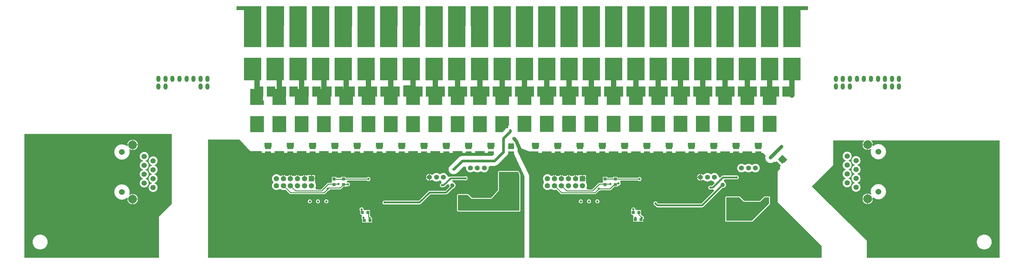
<source format=gbl>
G04*
G04 #@! TF.GenerationSoftware,Altium Limited,Altium Designer,19.0.4 (130)*
G04*
G04 Layer_Physical_Order=2*
G04 Layer_Color=16711680*
%FSAX25Y25*%
%MOIN*%
G70*
G01*
G75*
%ADD16C,0.01000*%
%ADD21C,0.02000*%
%ADD26R,0.03800X0.03500*%
%ADD35R,0.06600X0.04400*%
%ADD36R,0.03500X0.03800*%
%ADD71C,0.03000*%
%ADD72C,0.06000*%
%ADD73C,0.04000*%
%ADD78C,0.05941*%
%ADD79C,0.06555*%
%ADD80C,0.09744*%
%ADD81C,0.05512*%
%ADD82O,0.04724X0.07000*%
%ADD83C,0.05906*%
%ADD84R,0.05906X0.05906*%
%ADD85C,0.02500*%
%ADD86C,0.03900*%
%ADD87C,0.05000*%
G04:AMPARAMS|DCode=88|XSize=66mil|YSize=44mil|CornerRadius=0mil|HoleSize=0mil|Usage=FLASHONLY|Rotation=135.000|XOffset=0mil|YOffset=0mil|HoleType=Round|Shape=Rectangle|*
%AMROTATEDRECTD88*
4,1,4,0.03889,-0.00778,0.00778,-0.03889,-0.03889,0.00778,-0.00778,0.03889,0.03889,-0.00778,0.0*
%
%ADD88ROTATEDRECTD88*%

%ADD89R,0.09700X0.11811*%
%ADD90R,0.19685X0.25720*%
%ADD91R,0.13500X0.08000*%
G36*
X0267750Y0285000D02*
X0267750Y0280500D01*
X0267700D01*
X0267700Y0262600D01*
X0248200D01*
X0248200Y0280500D01*
X0240000D01*
X0240000Y0285000D01*
X0267750Y0285000D01*
D02*
G37*
G36*
X0881000Y0280500D02*
X0872750D01*
X0872750Y0262600D01*
X0853250D01*
X0853250Y0280500D01*
D01*
X0853250Y0285000D01*
X0881000D01*
X0881000Y0280500D01*
D02*
G37*
G36*
X0847755Y0262600D02*
X0828255D01*
X0828255Y0285000D01*
X0847754D01*
X0847755Y0262600D01*
D02*
G37*
G36*
X0822755D02*
X0803255D01*
X0803255Y0285000D01*
X0822754D01*
X0822755Y0262600D01*
D02*
G37*
G36*
X0797755D02*
X0778255D01*
X0778255Y0285000D01*
X0797754D01*
X0797755Y0262600D01*
D02*
G37*
G36*
X0772755D02*
X0753255D01*
X0753255Y0285000D01*
X0772754D01*
X0772755Y0262600D01*
D02*
G37*
G36*
X0747755D02*
X0728255D01*
X0728255Y0285000D01*
X0747754D01*
X0747755Y0262600D01*
D02*
G37*
G36*
X0722755D02*
X0703255D01*
X0703255Y0285000D01*
X0722754D01*
X0722755Y0262600D01*
D02*
G37*
G36*
X0697755D02*
X0678255D01*
X0678255Y0285000D01*
X0697754D01*
X0697755Y0262600D01*
D02*
G37*
G36*
X0672755D02*
X0653255D01*
X0653255Y0285000D01*
X0672754D01*
X0672755Y0262600D01*
D02*
G37*
G36*
X0647755D02*
X0628255D01*
X0628255Y0285000D01*
X0647754D01*
X0647755Y0262600D01*
D02*
G37*
G36*
X0622755D02*
X0603255D01*
X0603255Y0285000D01*
X0622754D01*
X0622755Y0262600D01*
D02*
G37*
G36*
X0597755D02*
X0578255D01*
X0578255Y0285000D01*
X0597754D01*
X0597755Y0262600D01*
D02*
G37*
G36*
X0572755D02*
X0553255D01*
X0553255Y0285000D01*
X0572754D01*
X0572755Y0262600D01*
D02*
G37*
G36*
X0547795D02*
X0528295D01*
X0528295Y0285000D01*
X0547795D01*
X0547795Y0262600D01*
D02*
G37*
G36*
X0522341D02*
X0502841D01*
X0502841Y0285000D01*
X0522341D01*
X0522341Y0262600D01*
D02*
G37*
G36*
X0496886D02*
X0477386D01*
X0477386Y0285000D01*
X0496886D01*
X0496886Y0262600D01*
D02*
G37*
G36*
X0471432D02*
X0451932D01*
X0451932Y0285000D01*
X0471432D01*
X0471432Y0262600D01*
D02*
G37*
G36*
X0445977D02*
X0426477D01*
X0426477Y0285000D01*
X0445977D01*
X0445977Y0262600D01*
D02*
G37*
G36*
X0420523D02*
X0401023D01*
X0401023Y0285000D01*
X0420523D01*
X0420523Y0262600D01*
D02*
G37*
G36*
X0395068D02*
X0375568D01*
X0375568Y0285000D01*
X0395068D01*
X0395068Y0262600D01*
D02*
G37*
G36*
X0369614D02*
X0350114D01*
X0350114Y0285000D01*
X0369614D01*
X0369614Y0262600D01*
D02*
G37*
G36*
X0344159D02*
X0324659D01*
X0324659Y0285000D01*
X0344159D01*
X0344159Y0262600D01*
D02*
G37*
G36*
X0318705D02*
X0299204D01*
X0299204Y0285000D01*
X0318705D01*
X0318705Y0262600D01*
D02*
G37*
G36*
X0293250D02*
X0273750D01*
X0273750Y0285000D01*
X0293250D01*
X0293250Y0262600D01*
D02*
G37*
G36*
X0845677Y0174116D02*
X0830323D01*
Y0192116D01*
X0845677D01*
Y0174116D01*
D02*
G37*
G36*
X0820677D02*
X0805323D01*
Y0192116D01*
X0820677D01*
Y0174116D01*
D02*
G37*
G36*
X0795677D02*
X0780323D01*
Y0192116D01*
X0795677D01*
Y0174116D01*
D02*
G37*
G36*
X0770677D02*
X0755323D01*
Y0192116D01*
X0770677D01*
Y0174116D01*
D02*
G37*
G36*
X0745677D02*
X0730323D01*
Y0192116D01*
X0745677D01*
Y0174116D01*
D02*
G37*
G36*
X0720677D02*
X0705323D01*
Y0192116D01*
X0720677D01*
Y0174116D01*
D02*
G37*
G36*
X0695677D02*
X0680323D01*
Y0192116D01*
X0695677D01*
Y0174116D01*
D02*
G37*
G36*
X0670677D02*
X0655323D01*
Y0192116D01*
X0670677D01*
Y0174116D01*
D02*
G37*
G36*
X0645677D02*
X0630323D01*
Y0192116D01*
X0645677D01*
Y0174116D01*
D02*
G37*
G36*
X0620677D02*
X0605323D01*
Y0192116D01*
X0620677D01*
Y0174116D01*
D02*
G37*
G36*
X0595677D02*
X0580323D01*
Y0192116D01*
X0595677D01*
Y0174116D01*
D02*
G37*
G36*
X0570677D02*
X0555323D01*
Y0192116D01*
X0570677D01*
Y0174116D01*
D02*
G37*
G36*
X0545677Y0173866D02*
X0530323D01*
Y0191866D01*
X0545677D01*
Y0173866D01*
D02*
G37*
G36*
X0520677D02*
X0505323D01*
Y0191866D01*
X0520677D01*
Y0173866D01*
D02*
G37*
G36*
X0495677D02*
X0480323D01*
Y0191866D01*
X0495677D01*
Y0173866D01*
D02*
G37*
G36*
X0470677D02*
X0455323D01*
Y0191866D01*
X0470677D01*
Y0173866D01*
D02*
G37*
G36*
X0445677D02*
X0430323D01*
Y0191866D01*
X0445677D01*
Y0173866D01*
D02*
G37*
G36*
X0420677D02*
X0405323D01*
Y0191866D01*
X0420677D01*
Y0173866D01*
D02*
G37*
G36*
X0395677D02*
X0380323D01*
Y0191866D01*
X0395677D01*
Y0173866D01*
D02*
G37*
G36*
X0370677D02*
X0355323D01*
Y0191866D01*
X0370677D01*
Y0173866D01*
D02*
G37*
G36*
X0345677D02*
X0330323D01*
Y0191866D01*
X0345677D01*
Y0173866D01*
D02*
G37*
G36*
X0320677D02*
X0305323D01*
Y0191866D01*
X0320677D01*
Y0173866D01*
D02*
G37*
G36*
X0295265Y0179095D02*
X0295677D01*
Y0173866D01*
X0280323D01*
Y0191866D01*
X0295265D01*
Y0179095D01*
D02*
G37*
G36*
X0269765D02*
X0270677D01*
Y0173866D01*
X0255323D01*
Y0191866D01*
X0269765D01*
Y0179095D01*
D02*
G37*
G36*
X0845677Y0143510D02*
X0830323D01*
Y0161510D01*
X0845677D01*
Y0143510D01*
D02*
G37*
G36*
X0820677D02*
X0805323D01*
Y0161510D01*
X0820677D01*
Y0143510D01*
D02*
G37*
G36*
X0795677D02*
X0780323D01*
Y0161510D01*
X0795677D01*
Y0143510D01*
D02*
G37*
G36*
X0770677D02*
X0755323D01*
Y0161510D01*
X0770677D01*
Y0143510D01*
D02*
G37*
G36*
X0745677D02*
X0730323D01*
Y0161510D01*
X0745677D01*
Y0143510D01*
D02*
G37*
G36*
X0720677D02*
X0705323D01*
Y0161510D01*
X0720677D01*
Y0143510D01*
D02*
G37*
G36*
X0695677D02*
X0680323D01*
Y0161510D01*
X0695677D01*
Y0143510D01*
D02*
G37*
G36*
X0670677D02*
X0655323D01*
Y0161510D01*
X0670677D01*
Y0143510D01*
D02*
G37*
G36*
X0645677D02*
X0630323D01*
Y0161510D01*
X0645677D01*
Y0143510D01*
D02*
G37*
G36*
X0620677D02*
X0605323D01*
Y0161510D01*
X0620677D01*
Y0143510D01*
D02*
G37*
G36*
X0595677D02*
X0580323D01*
Y0161510D01*
X0595677D01*
Y0143510D01*
D02*
G37*
G36*
X0570677D02*
X0555323D01*
Y0161510D01*
X0570677D01*
Y0143510D01*
D02*
G37*
G36*
X0545677Y0150586D02*
X0545464Y0150558D01*
X0544126Y0150004D01*
X0542977Y0149123D01*
X0542096Y0147974D01*
X0541542Y0146636D01*
X0541534Y0146579D01*
X0538214Y0143260D01*
X0530323D01*
Y0161260D01*
X0545677D01*
X0545677Y0150586D01*
D02*
G37*
G36*
X0520677Y0143260D02*
X0505323D01*
Y0161260D01*
X0520677D01*
Y0143260D01*
D02*
G37*
G36*
X0495677D02*
X0480323D01*
Y0161260D01*
X0495677D01*
Y0143260D01*
D02*
G37*
G36*
X0470677D02*
X0455323D01*
Y0161260D01*
X0470677D01*
Y0143260D01*
D02*
G37*
G36*
X0445677D02*
X0430323D01*
Y0161260D01*
X0445677D01*
Y0143260D01*
D02*
G37*
G36*
X0420677D02*
X0405323D01*
Y0161260D01*
X0420677D01*
Y0143260D01*
D02*
G37*
G36*
X0395677D02*
X0380323D01*
Y0161260D01*
X0395677D01*
Y0143260D01*
D02*
G37*
G36*
X0370677D02*
X0355323D01*
Y0161260D01*
X0370677D01*
Y0143260D01*
D02*
G37*
G36*
X0345677D02*
X0330323D01*
Y0161260D01*
X0345677D01*
Y0143260D01*
D02*
G37*
G36*
X0320677D02*
X0305323D01*
Y0161260D01*
X0320677D01*
Y0143260D01*
D02*
G37*
G36*
X0295677D02*
X0280323D01*
Y0161260D01*
X0295677D01*
Y0143260D01*
D02*
G37*
G36*
X0270677D02*
X0255323D01*
Y0161260D01*
X0270677D01*
Y0143260D01*
D02*
G37*
G36*
X1095961Y0002039D02*
X0946900D01*
X0946900Y0021306D01*
X0885470Y0081869D01*
X0885469Y0082369D01*
X0909200Y0106100D01*
X0909200Y0134100D01*
X0943868D01*
X0944036Y0133629D01*
X0943820Y0133452D01*
X0943086Y0132558D01*
X0942541Y0131537D01*
X0942205Y0130431D01*
X0942141Y0129780D01*
X0947992D01*
X0953843D01*
X0953779Y0130431D01*
X0953443Y0131537D01*
X0952898Y0132558D01*
X0952164Y0133452D01*
X0951948Y0133629D01*
X0952117Y0134100D01*
X1095961D01*
Y0002039D01*
D02*
G37*
G36*
X0829500Y0126366D02*
X0821500D01*
Y0131381D01*
X0829500D01*
Y0126366D01*
D02*
G37*
G36*
X0804500D02*
X0796500D01*
Y0131381D01*
X0804500D01*
Y0126366D01*
D02*
G37*
G36*
X0779500D02*
X0771500D01*
Y0131381D01*
X0779500D01*
Y0126366D01*
D02*
G37*
G36*
X0754500D02*
X0746500D01*
Y0131381D01*
X0754500D01*
Y0126366D01*
D02*
G37*
G36*
X0729500D02*
X0721500D01*
Y0131381D01*
X0729500D01*
Y0126366D01*
D02*
G37*
G36*
X0704500D02*
X0696500D01*
Y0131381D01*
X0704500D01*
Y0126366D01*
D02*
G37*
G36*
X0679500D02*
X0671500D01*
Y0131381D01*
X0679500D01*
Y0126366D01*
D02*
G37*
G36*
X0654500D02*
X0646500D01*
Y0131381D01*
X0654500D01*
Y0126366D01*
D02*
G37*
G36*
X0629500D02*
X0621500D01*
Y0131381D01*
X0629500D01*
Y0126366D01*
D02*
G37*
G36*
X0604500D02*
X0596500D01*
Y0131381D01*
X0604500D01*
Y0126366D01*
D02*
G37*
G36*
X0579500D02*
X0571500D01*
Y0131381D01*
X0579500D01*
Y0126366D01*
D02*
G37*
G36*
X0529500D02*
X0521500D01*
Y0131381D01*
X0529500D01*
Y0126366D01*
D02*
G37*
G36*
X0504500D02*
X0496500D01*
Y0131381D01*
X0504500D01*
Y0126366D01*
D02*
G37*
G36*
X0479500D02*
X0471500D01*
Y0131381D01*
X0479500D01*
Y0126366D01*
D02*
G37*
G36*
X0454500D02*
X0446500D01*
Y0131381D01*
X0454500D01*
Y0126366D01*
D02*
G37*
G36*
X0429500D02*
X0421500D01*
Y0131381D01*
X0429500D01*
Y0126366D01*
D02*
G37*
G36*
X0404500D02*
X0396500D01*
Y0131381D01*
X0404500D01*
Y0126366D01*
D02*
G37*
G36*
X0379500D02*
X0371500D01*
Y0131381D01*
X0379500D01*
Y0126366D01*
D02*
G37*
G36*
X0354500D02*
X0346500D01*
Y0131381D01*
X0354500D01*
Y0126366D01*
D02*
G37*
G36*
X0329500D02*
X0321500D01*
Y0131381D01*
X0329500D01*
Y0126366D01*
D02*
G37*
G36*
X0304500D02*
X0296500D01*
Y0131381D01*
X0304500D01*
Y0126366D01*
D02*
G37*
G36*
X0279500D02*
X0271500D01*
Y0131381D01*
X0279500D01*
Y0126366D01*
D02*
G37*
G36*
X0550900Y0130200D02*
Y0126366D01*
X0545100Y0126366D01*
Y0130200D01*
X0545552Y0130600D01*
X0550448Y0130600D01*
X0550900Y0130200D01*
D02*
G37*
G36*
X0857849Y0112292D02*
X0854303Y0108746D01*
X0848647Y0114403D01*
X0852192Y0117949D01*
X0857849Y0112292D01*
D02*
G37*
G36*
X0559800Y0125000D02*
X0568200Y0121541D01*
Y0120008D01*
X0582800D01*
Y0121500D01*
X0593200D01*
Y0120008D01*
X0607800D01*
Y0121500D01*
X0618200Y0121500D01*
Y0120008D01*
X0632800D01*
Y0121500D01*
X0643200D01*
Y0120008D01*
X0657800D01*
Y0121500D01*
X0668200D01*
Y0120008D01*
X0682800D01*
Y0121500D01*
X0693200D01*
Y0120008D01*
X0707800D01*
Y0121500D01*
X0718200D01*
Y0120008D01*
X0732800D01*
Y0121500D01*
X0743200D01*
Y0120008D01*
X0757800D01*
Y0121500D01*
X0768200D01*
Y0120008D01*
X0782800D01*
Y0121500D01*
X0793200Y0121500D01*
Y0120008D01*
X0807800D01*
Y0121500D01*
X0818200D01*
Y0120008D01*
X0830514D01*
X0833540Y0116977D01*
X0833214Y0115904D01*
X0833098Y0114727D01*
Y0114600D01*
X0833214Y0113424D01*
X0833557Y0112293D01*
X0834114Y0111250D01*
X0834864Y0110337D01*
X0835778Y0109587D01*
X0836820Y0109030D01*
X0837951Y0108687D01*
X0839127Y0108571D01*
X0840304Y0108687D01*
X0841435Y0109030D01*
X0842477Y0109587D01*
X0842776Y0109832D01*
X0844225Y0109832D01*
X0849600Y0104458D01*
X0849600Y0101900D01*
X0846947Y0099247D01*
X0846947Y0064547D01*
X0896500Y0015243D01*
X0896500Y0002039D01*
X0568300D01*
X0568300Y0094795D01*
X0555300Y0121396D01*
Y0129942D01*
X0557300Y0130384D01*
X0559800Y0125000D01*
D02*
G37*
G36*
X0255250Y0121900D02*
X0268200D01*
Y0120008D01*
X0282800D01*
Y0121900D01*
X0293200D01*
Y0120008D01*
X0307800D01*
Y0121900D01*
X0318200D01*
Y0120008D01*
X0332800D01*
Y0121900D01*
X0343200D01*
Y0120008D01*
X0357800D01*
Y0121900D01*
X0368200D01*
Y0120008D01*
X0382800D01*
Y0121900D01*
X0393200D01*
Y0120008D01*
X0407800D01*
Y0121900D01*
X0418200D01*
Y0120008D01*
X0432800D01*
Y0121900D01*
X0443200D01*
Y0120008D01*
X0457800D01*
Y0121900D01*
X0468200D01*
Y0120008D01*
X0482800D01*
Y0121900D01*
X0493200D01*
Y0120008D01*
X0507800D01*
Y0121900D01*
X0518200D01*
Y0120008D01*
X0527883D01*
X0528649Y0118160D01*
X0527002Y0116514D01*
X0493200D01*
X0491764Y0116325D01*
X0490426Y0115770D01*
X0489277Y0114889D01*
X0489277Y0114889D01*
X0480582Y0106194D01*
X0479577Y0105423D01*
X0478696Y0104274D01*
X0478142Y0102936D01*
X0477952Y0101500D01*
X0478142Y0100064D01*
X0478696Y0098726D01*
X0479577Y0097577D01*
X0480726Y0096696D01*
X0482064Y0096142D01*
X0483500Y0095952D01*
X0483734D01*
X0485170Y0096142D01*
X0486508Y0096696D01*
X0487656Y0097577D01*
X0494721Y0104642D01*
X0497016Y0104255D01*
X0497554Y0103419D01*
X0497481Y0102866D01*
X0497645Y0101625D01*
X0498124Y0100468D01*
X0498886Y0099474D01*
X0499880Y0098712D01*
X0501037Y0098233D01*
X0502278Y0098069D01*
X0503520Y0098233D01*
X0504677Y0098712D01*
X0504770Y0098783D01*
X0506215Y0099285D01*
X0507661Y0098783D01*
X0507754Y0098712D01*
X0508911Y0098233D01*
X0510152Y0098069D01*
X0511394Y0098233D01*
X0512551Y0098712D01*
X0512643Y0098783D01*
X0514089Y0099285D01*
X0515535Y0098783D01*
X0515628Y0098712D01*
X0516785Y0098233D01*
X0518026Y0098069D01*
X0519268Y0098233D01*
X0520425Y0098712D01*
X0521418Y0099474D01*
X0522180Y0100468D01*
X0522660Y0101625D01*
X0522823Y0102866D01*
X0522750Y0103419D01*
X0523168Y0104356D01*
X0523498Y0104725D01*
X0524318Y0105329D01*
X0524400Y0105319D01*
X0525160Y0105419D01*
X0529300D01*
X0530736Y0105608D01*
X0532074Y0106162D01*
X0533223Y0107044D01*
X0543123Y0116944D01*
X0543123Y0116944D01*
X0544004Y0118092D01*
X0544558Y0119430D01*
X0544634Y0120008D01*
X0550567D01*
X0563000Y0093737D01*
X0563000Y0002039D01*
X0207900D01*
X0207900Y0134900D01*
X0243500Y0134900D01*
X0255250Y0121900D01*
D02*
G37*
G36*
X0167500Y0062500D02*
X0153000Y0048000D01*
X0153000Y0002039D01*
X0002039D01*
Y0141200D01*
X0167500D01*
X0167500Y0062500D01*
D02*
G37*
%LPC*%
G36*
X0960000Y0129884D02*
X0958323Y0129719D01*
X0956710Y0129229D01*
X0955224Y0128435D01*
X0954120Y0127529D01*
X0953685Y0127819D01*
X0953779Y0128128D01*
X0953843Y0128779D01*
X0948492D01*
Y0123428D01*
X0949143Y0123493D01*
X0950250Y0123828D01*
X0951270Y0124373D01*
X0951541Y0124596D01*
X0951975Y0124305D01*
X0951569Y0122965D01*
X0951404Y0121287D01*
X0951569Y0119610D01*
X0952058Y0117998D01*
X0952852Y0116511D01*
X0953921Y0115209D01*
X0955224Y0114140D01*
X0956710Y0113345D01*
X0958323Y0112856D01*
X0960000Y0112691D01*
X0961677Y0112856D01*
X0963290Y0113345D01*
X0964776Y0114140D01*
X0966079Y0115209D01*
X0967148Y0116511D01*
X0967942Y0117998D01*
X0968431Y0119610D01*
X0968596Y0121287D01*
X0968431Y0122965D01*
X0967942Y0124577D01*
X0967148Y0126063D01*
X0966079Y0127366D01*
X0964776Y0128435D01*
X0963290Y0129229D01*
X0961677Y0129719D01*
X0960000Y0129884D01*
D02*
G37*
G36*
X0947492Y0128779D02*
X0942141D01*
X0942205Y0128128D01*
X0942541Y0127022D01*
X0943086Y0126001D01*
X0943820Y0125107D01*
X0944714Y0124373D01*
X0945734Y0123828D01*
X0946841Y0123493D01*
X0947492Y0123428D01*
Y0128779D01*
D02*
G37*
G36*
X0925000Y0121301D02*
X0923702Y0121130D01*
X0922493Y0120629D01*
X0921455Y0119832D01*
X0920658Y0118794D01*
X0920158Y0117585D01*
X0919987Y0116287D01*
X0920158Y0114990D01*
X0920658Y0113781D01*
X0921455Y0112742D01*
X0922493Y0111946D01*
X0923429Y0111558D01*
Y0111017D01*
X0922493Y0110629D01*
X0921455Y0109832D01*
X0920658Y0108794D01*
X0920158Y0107585D01*
X0919987Y0106287D01*
X0920158Y0104990D01*
X0920658Y0103781D01*
X0921455Y0102742D01*
X0922493Y0101946D01*
X0923429Y0101558D01*
Y0101017D01*
X0922493Y0100629D01*
X0921455Y0099832D01*
X0920658Y0098794D01*
X0920158Y0097585D01*
X0919987Y0096287D01*
X0920158Y0094990D01*
X0920658Y0093781D01*
X0921455Y0092742D01*
X0922493Y0091946D01*
X0923429Y0091558D01*
Y0091017D01*
X0922493Y0090629D01*
X0921455Y0089832D01*
X0920658Y0088794D01*
X0920158Y0087585D01*
X0919987Y0086287D01*
X0920158Y0084990D01*
X0920658Y0083781D01*
X0921455Y0082742D01*
X0922493Y0081946D01*
X0923702Y0081445D01*
X0925000Y0081274D01*
X0926298Y0081445D01*
X0927507Y0081946D01*
X0928545Y0082742D01*
X0929342Y0083781D01*
X0929842Y0084990D01*
X0930013Y0086287D01*
X0929842Y0087585D01*
X0929342Y0088794D01*
X0928545Y0089832D01*
X0927507Y0090629D01*
X0926571Y0091017D01*
Y0091558D01*
X0927507Y0091946D01*
X0928545Y0092742D01*
X0929342Y0093781D01*
X0929842Y0094990D01*
X0930013Y0096287D01*
X0929842Y0097585D01*
X0929342Y0098794D01*
X0928545Y0099832D01*
X0927507Y0100629D01*
X0926571Y0101017D01*
Y0101558D01*
X0927507Y0101946D01*
X0928545Y0102742D01*
X0929342Y0103781D01*
X0929842Y0104990D01*
X0930013Y0106287D01*
X0929842Y0107585D01*
X0929342Y0108794D01*
X0928545Y0109832D01*
X0927507Y0110629D01*
X0926571Y0111017D01*
Y0111558D01*
X0927507Y0111946D01*
X0928545Y0112742D01*
X0929342Y0113781D01*
X0929842Y0114990D01*
X0930013Y0116287D01*
X0929842Y0117585D01*
X0929342Y0118794D01*
X0928545Y0119832D01*
X0927507Y0120629D01*
X0926298Y0121130D01*
X0925000Y0121301D01*
D02*
G37*
G36*
X0935000Y0116301D02*
X0933702Y0116130D01*
X0932493Y0115629D01*
X0931455Y0114832D01*
X0930658Y0113794D01*
X0930157Y0112585D01*
X0929987Y0111287D01*
X0930157Y0109990D01*
X0930658Y0108781D01*
X0931455Y0107742D01*
X0932493Y0106946D01*
X0933429Y0106558D01*
Y0106017D01*
X0932493Y0105629D01*
X0931455Y0104832D01*
X0930658Y0103794D01*
X0930157Y0102585D01*
X0929987Y0101287D01*
X0930157Y0099990D01*
X0930658Y0098781D01*
X0931455Y0097742D01*
X0932493Y0096946D01*
X0933429Y0096558D01*
Y0096017D01*
X0932493Y0095629D01*
X0931455Y0094832D01*
X0930658Y0093794D01*
X0930157Y0092585D01*
X0929987Y0091287D01*
X0930157Y0089990D01*
X0930658Y0088781D01*
X0931455Y0087742D01*
X0932493Y0086946D01*
X0933429Y0086558D01*
Y0086017D01*
X0932493Y0085629D01*
X0931455Y0084832D01*
X0930658Y0083794D01*
X0930157Y0082585D01*
X0929987Y0081287D01*
X0930157Y0079990D01*
X0930658Y0078781D01*
X0931455Y0077742D01*
X0932493Y0076946D01*
X0933702Y0076445D01*
X0935000Y0076274D01*
X0936298Y0076445D01*
X0937507Y0076946D01*
X0938545Y0077742D01*
X0939342Y0078781D01*
X0939843Y0079990D01*
X0940013Y0081287D01*
X0939843Y0082585D01*
X0939342Y0083794D01*
X0938545Y0084832D01*
X0937507Y0085629D01*
X0936571Y0086017D01*
Y0086558D01*
X0937507Y0086946D01*
X0938545Y0087742D01*
X0939342Y0088781D01*
X0939843Y0089990D01*
X0940013Y0091287D01*
X0939843Y0092585D01*
X0939342Y0093794D01*
X0938545Y0094832D01*
X0937507Y0095629D01*
X0936571Y0096017D01*
Y0096558D01*
X0937507Y0096946D01*
X0938545Y0097742D01*
X0939342Y0098781D01*
X0939843Y0099990D01*
X0940013Y0101287D01*
X0939843Y0102585D01*
X0939342Y0103794D01*
X0938545Y0104832D01*
X0937507Y0105629D01*
X0936571Y0106017D01*
Y0106558D01*
X0937507Y0106946D01*
X0938545Y0107742D01*
X0939342Y0108781D01*
X0939843Y0109990D01*
X0940013Y0111287D01*
X0939843Y0112585D01*
X0939342Y0113794D01*
X0938545Y0114832D01*
X0937507Y0115629D01*
X0936298Y0116130D01*
X0935000Y0116301D01*
D02*
G37*
G36*
X0960000Y0084884D02*
X0958323Y0084719D01*
X0956710Y0084229D01*
X0955224Y0083435D01*
X0953921Y0082366D01*
X0952852Y0081063D01*
X0952058Y0079577D01*
X0951569Y0077965D01*
X0951404Y0076287D01*
X0951569Y0074610D01*
X0951975Y0073269D01*
X0951541Y0072979D01*
X0951270Y0073201D01*
X0950250Y0073747D01*
X0949143Y0074082D01*
X0948492Y0074146D01*
Y0068795D01*
X0953843D01*
X0953779Y0069446D01*
X0953685Y0069756D01*
X0954120Y0070046D01*
X0955224Y0069140D01*
X0956710Y0068345D01*
X0958323Y0067856D01*
X0960000Y0067691D01*
X0961677Y0067856D01*
X0963290Y0068345D01*
X0964776Y0069140D01*
X0966079Y0070209D01*
X0967148Y0071511D01*
X0967942Y0072998D01*
X0968431Y0074610D01*
X0968596Y0076287D01*
X0968431Y0077965D01*
X0967942Y0079577D01*
X0967148Y0081063D01*
X0966079Y0082366D01*
X0964776Y0083435D01*
X0963290Y0084229D01*
X0961677Y0084719D01*
X0960000Y0084884D01*
D02*
G37*
G36*
X0947492Y0074146D02*
X0946841Y0074082D01*
X0945734Y0073747D01*
X0944714Y0073201D01*
X0943820Y0072467D01*
X0943086Y0071573D01*
X0942541Y0070553D01*
X0942205Y0069446D01*
X0942141Y0068795D01*
X0947492D01*
Y0074146D01*
D02*
G37*
G36*
X0953843Y0067795D02*
X0948492D01*
Y0062444D01*
X0949143Y0062508D01*
X0950250Y0062844D01*
X0951270Y0063389D01*
X0952164Y0064123D01*
X0952898Y0065017D01*
X0953443Y0066037D01*
X0953779Y0067144D01*
X0953843Y0067795D01*
D02*
G37*
G36*
X0947492D02*
X0942141D01*
X0942205Y0067144D01*
X0942541Y0066037D01*
X0943086Y0065017D01*
X0943820Y0064123D01*
X0944714Y0063389D01*
X0945734Y0062844D01*
X0946841Y0062508D01*
X0947492Y0062444D01*
Y0067795D01*
D02*
G37*
G36*
X1078740Y0028024D02*
X1077113Y0027864D01*
X1075549Y0027390D01*
X1074107Y0026619D01*
X1072843Y0025582D01*
X1071806Y0024318D01*
X1071035Y0022876D01*
X1070561Y0021312D01*
X1070401Y0019685D01*
X1070561Y0018058D01*
X1071035Y0016494D01*
X1071806Y0015052D01*
X1072843Y0013788D01*
X1074107Y0012751D01*
X1075549Y0011981D01*
X1077113Y0011506D01*
X1078740Y0011346D01*
X1080367Y0011506D01*
X1081931Y0011981D01*
X1083373Y0012751D01*
X1084637Y0013788D01*
X1085674Y0015052D01*
X1086445Y0016494D01*
X1086919Y0018058D01*
X1087080Y0019685D01*
X1086919Y0021312D01*
X1086445Y0022876D01*
X1085674Y0024318D01*
X1084637Y0025582D01*
X1083373Y0026619D01*
X1081931Y0027390D01*
X1080367Y0027864D01*
X1078740Y0028024D01*
D02*
G37*
G36*
X0822140Y0107663D02*
X0820899Y0107500D01*
X0819742Y0107020D01*
X0819649Y0106949D01*
X0818203Y0106447D01*
X0816758Y0106949D01*
X0816665Y0107020D01*
X0815508Y0107500D01*
X0814266Y0107663D01*
X0813025Y0107500D01*
X0811868Y0107020D01*
X0811775Y0106949D01*
X0810329Y0106447D01*
X0808884Y0106949D01*
X0808791Y0107020D01*
X0807634Y0107500D01*
X0806392Y0107663D01*
X0805151Y0107500D01*
X0803994Y0107020D01*
X0803000Y0106258D01*
X0802238Y0105265D01*
X0801759Y0104108D01*
X0801595Y0102866D01*
X0801759Y0101625D01*
X0802238Y0100468D01*
X0803000Y0099474D01*
X0803994Y0098712D01*
X0805151Y0098233D01*
X0806392Y0098069D01*
X0807634Y0098233D01*
X0808791Y0098712D01*
X0808884Y0098783D01*
X0810329Y0099285D01*
X0811775Y0098783D01*
X0811868Y0098712D01*
X0813025Y0098233D01*
X0814266Y0098069D01*
X0815508Y0098233D01*
X0816665Y0098712D01*
X0816758Y0098783D01*
X0818203Y0099285D01*
X0819649Y0098783D01*
X0819742Y0098712D01*
X0820899Y0098233D01*
X0822140Y0098069D01*
X0823382Y0098233D01*
X0824539Y0098712D01*
X0825532Y0099474D01*
X0826295Y0100468D01*
X0826774Y0101625D01*
X0826937Y0102866D01*
X0826774Y0104108D01*
X0826295Y0105265D01*
X0825532Y0106258D01*
X0824539Y0107020D01*
X0823382Y0107500D01*
X0822140Y0107663D01*
D02*
G37*
G36*
X0776111Y0097297D02*
X0774869Y0097133D01*
X0773712Y0096654D01*
X0772719Y0095892D01*
X0771629D01*
X0770635Y0096654D01*
X0769478Y0097133D01*
X0768237Y0097297D01*
X0766995Y0097133D01*
X0765838Y0096654D01*
X0764845Y0095892D01*
X0763287Y0095276D01*
X0762311Y0095740D01*
X0762257Y0095781D01*
X0761343Y0096159D01*
X0760863Y0096223D01*
Y0092500D01*
Y0088778D01*
X0761343Y0088841D01*
X0762257Y0089219D01*
X0762311Y0089260D01*
X0763287Y0089724D01*
X0764845Y0089108D01*
X0765838Y0088346D01*
X0766995Y0087866D01*
X0768237Y0087703D01*
X0769478Y0087866D01*
X0770635Y0088346D01*
X0771629Y0089108D01*
X0772719D01*
X0773712Y0088346D01*
X0774869Y0087866D01*
X0775441Y0087791D01*
X0776214Y0086095D01*
X0776235Y0085757D01*
X0773518Y0083039D01*
X0772627D01*
X0772507Y0083119D01*
X0771629Y0083294D01*
X0770751Y0083119D01*
X0770007Y0082622D01*
X0769509Y0081878D01*
X0769335Y0081000D01*
X0769509Y0080122D01*
X0770007Y0079378D01*
X0770751Y0078881D01*
X0771629Y0078706D01*
X0772507Y0078881D01*
X0772627Y0078961D01*
X0774362D01*
X0774720Y0079032D01*
X0775783Y0077648D01*
X0775899Y0077382D01*
X0761355Y0062839D01*
X0713094D01*
X0712148Y0063786D01*
X0712119Y0063928D01*
X0711622Y0064672D01*
X0710878Y0065169D01*
X0710000Y0065344D01*
X0709122Y0065169D01*
X0708378Y0064672D01*
X0707881Y0063928D01*
X0707706Y0063050D01*
X0707881Y0062172D01*
X0708378Y0061427D01*
X0709122Y0060930D01*
X0709264Y0060902D01*
X0710808Y0059358D01*
X0711469Y0058916D01*
X0712250Y0058761D01*
X0762200D01*
X0762980Y0058916D01*
X0763642Y0059358D01*
X0784929Y0080645D01*
X0785500Y0080570D01*
X0786414Y0080690D01*
X0787265Y0081043D01*
X0787996Y0081604D01*
X0788557Y0082335D01*
X0788910Y0083186D01*
X0789030Y0084100D01*
X0788910Y0085014D01*
X0788557Y0085865D01*
X0787996Y0086596D01*
X0787265Y0087157D01*
X0787248Y0087164D01*
X0786685Y0089358D01*
X0787552Y0090417D01*
X0800184D01*
X0800304Y0090337D01*
X0801182Y0090163D01*
X0802060Y0090337D01*
X0802804Y0090834D01*
X0803301Y0091579D01*
X0803476Y0092457D01*
X0803301Y0093335D01*
X0802804Y0094079D01*
X0802060Y0094576D01*
X0801182Y0094751D01*
X0800304Y0094576D01*
X0800184Y0094496D01*
X0785819D01*
X0785819Y0094496D01*
X0785039Y0094341D01*
X0784377Y0093899D01*
X0782854Y0092376D01*
X0782516Y0092397D01*
X0780820Y0093170D01*
X0780744Y0093742D01*
X0780265Y0094898D01*
X0779503Y0095892D01*
X0778509Y0096654D01*
X0777352Y0097133D01*
X0776111Y0097297D01*
D02*
G37*
G36*
X0759863Y0096223D02*
X0759382Y0096159D01*
X0758469Y0095781D01*
X0757684Y0095179D01*
X0757082Y0094394D01*
X0756704Y0093480D01*
X0756640Y0093000D01*
X0759863D01*
Y0096223D01*
D02*
G37*
G36*
X0632075Y0094953D02*
X0628622D01*
Y0091500D01*
X0632075D01*
Y0094953D01*
D02*
G37*
G36*
X0759863Y0092000D02*
X0756640D01*
X0756704Y0091519D01*
X0757082Y0090606D01*
X0757684Y0089821D01*
X0758469Y0089219D01*
X0759382Y0088841D01*
X0759863Y0088778D01*
Y0092000D01*
D02*
G37*
G36*
X0588752Y0095995D02*
X0587459Y0095825D01*
X0586254Y0095326D01*
X0585220Y0094532D01*
X0584426Y0093498D01*
X0583927Y0092293D01*
X0583756Y0091000D01*
X0583927Y0089707D01*
X0584426Y0088502D01*
X0585045Y0087063D01*
X0584426Y0085624D01*
X0583927Y0084419D01*
X0583756Y0083126D01*
X0583927Y0081833D01*
X0584426Y0080628D01*
X0585220Y0079594D01*
X0586254Y0078800D01*
X0587459Y0078301D01*
X0588752Y0078131D01*
X0590045Y0078301D01*
X0591250Y0078800D01*
X0592689Y0079419D01*
X0594128Y0078800D01*
X0595333Y0078301D01*
X0596626Y0078131D01*
X0597919Y0078301D01*
X0598887Y0078702D01*
X0603471Y0074119D01*
X0603967Y0073787D01*
X0604552Y0073671D01*
X0642200D01*
X0642785Y0073787D01*
X0643281Y0074119D01*
X0646391Y0077228D01*
X0646500Y0077206D01*
X0647378Y0077381D01*
X0648122Y0077878D01*
X0648184Y0077971D01*
X0659000D01*
X0659585Y0078087D01*
X0660081Y0078419D01*
X0663713Y0082050D01*
X0667500D01*
Y0082050D01*
X0668992Y0083276D01*
X0669378Y0083353D01*
X0670122Y0083850D01*
X0670619Y0084595D01*
X0670794Y0085472D01*
X0670619Y0086350D01*
X0670194Y0086986D01*
X0670320Y0087582D01*
X0670891Y0088986D01*
X0690316D01*
X0690378Y0088894D01*
X0691122Y0088396D01*
X0692000Y0088222D01*
X0692878Y0088396D01*
X0693622Y0088894D01*
X0694119Y0089638D01*
X0694294Y0090516D01*
X0694119Y0091394D01*
X0693622Y0092138D01*
X0692878Y0092635D01*
X0692000Y0092810D01*
X0691122Y0092635D01*
X0690378Y0092138D01*
X0690316Y0092045D01*
X0667500D01*
Y0092950D01*
X0662500D01*
Y0092029D01*
X0656000D01*
Y0093000D01*
X0651000D01*
Y0088800D01*
X0651000Y0088300D01*
X0650929Y0086329D01*
X0646962D01*
X0646377Y0086213D01*
X0645881Y0085881D01*
X0645081Y0085081D01*
X0638780Y0078781D01*
X0633552D01*
X0632733Y0080152D01*
X0632512Y0080781D01*
X0632947Y0081833D01*
X0633117Y0083126D01*
X0632947Y0084419D01*
X0632597Y0085264D01*
X0632075Y0087047D01*
X0632075D01*
Y0090500D01*
X0628122D01*
Y0091000D01*
X0627622D01*
Y0094953D01*
X0624169D01*
X0624169Y0094953D01*
X0622241Y0094453D01*
X0621280Y0094851D01*
X0620748Y0094921D01*
Y0091000D01*
X0619748D01*
Y0094921D01*
X0619216Y0094851D01*
X0618255Y0094453D01*
X0617534Y0093900D01*
X0617382Y0093819D01*
X0615240D01*
X0615088Y0093900D01*
X0614367Y0094453D01*
X0613406Y0094851D01*
X0612874Y0094921D01*
Y0091000D01*
X0611874D01*
Y0094921D01*
X0611342Y0094851D01*
X0610381Y0094453D01*
X0609660Y0093900D01*
X0609508Y0093819D01*
X0607366D01*
X0607214Y0093900D01*
X0606493Y0094453D01*
X0605532Y0094851D01*
X0605000Y0094921D01*
Y0091000D01*
X0604000D01*
Y0094921D01*
X0603468Y0094851D01*
X0602506Y0094453D01*
X0601786Y0093900D01*
X0601634Y0093819D01*
X0599492D01*
X0599340Y0093900D01*
X0598619Y0094453D01*
X0597658Y0094851D01*
X0597126Y0094921D01*
Y0091000D01*
X0596126D01*
Y0094921D01*
X0595594Y0094851D01*
X0594632Y0094453D01*
X0593695Y0093877D01*
X0592000Y0094750D01*
X0591250Y0095326D01*
X0590045Y0095825D01*
X0588752Y0095995D01*
D02*
G37*
G36*
X0644800Y0067734D02*
X0643922Y0067560D01*
X0643178Y0067062D01*
X0642681Y0066318D01*
X0642506Y0065440D01*
X0642681Y0064562D01*
X0643178Y0063818D01*
X0643922Y0063321D01*
X0644800Y0063146D01*
X0645678Y0063321D01*
X0646422Y0063818D01*
X0646919Y0064562D01*
X0647094Y0065440D01*
X0646919Y0066318D01*
X0646422Y0067062D01*
X0645678Y0067560D01*
X0644800Y0067734D01*
D02*
G37*
G36*
X0635376D02*
X0634498Y0067560D01*
X0633754Y0067062D01*
X0633257Y0066318D01*
X0633082Y0065440D01*
X0633257Y0064562D01*
X0633754Y0063818D01*
X0634498Y0063321D01*
X0635376Y0063146D01*
X0636254Y0063321D01*
X0636998Y0063818D01*
X0637496Y0064562D01*
X0637670Y0065440D01*
X0637496Y0066318D01*
X0636998Y0067062D01*
X0636254Y0067560D01*
X0635376Y0067734D01*
D02*
G37*
G36*
X0626200D02*
X0625322Y0067560D01*
X0624578Y0067062D01*
X0624081Y0066318D01*
X0623906Y0065440D01*
X0624081Y0064562D01*
X0624578Y0063818D01*
X0625322Y0063321D01*
X0626200Y0063146D01*
X0627078Y0063321D01*
X0627822Y0063818D01*
X0628319Y0064562D01*
X0628494Y0065440D01*
X0628319Y0066318D01*
X0627822Y0067062D01*
X0627078Y0067560D01*
X0626200Y0067734D01*
D02*
G37*
G36*
X0685150Y0058794D02*
X0684272Y0058619D01*
X0683528Y0058122D01*
X0683030Y0057378D01*
X0683024Y0057345D01*
X0682650Y0055500D01*
X0682650D01*
Y0050500D01*
X0683973D01*
X0685293Y0048617D01*
X0685050Y0047511D01*
X0685050D01*
Y0042511D01*
X0689250D01*
X0689750Y0042511D01*
X0691250D01*
X0691750Y0042511D01*
X0695950D01*
Y0045131D01*
X0696470Y0045478D01*
X0696967Y0046222D01*
X0697142Y0047100D01*
X0696967Y0047978D01*
X0696470Y0048722D01*
X0695725Y0049220D01*
X0694847Y0049394D01*
X0693550Y0050801D01*
Y0055500D01*
X0689284D01*
X0688155Y0056113D01*
X0687386Y0056793D01*
X0687269Y0057378D01*
X0686772Y0058122D01*
X0686027Y0058619D01*
X0685150Y0058794D01*
D02*
G37*
G36*
X0789310Y0071020D02*
X0789310Y0071020D01*
X0788920Y0070942D01*
X0788589Y0070721D01*
X0788368Y0070390D01*
X0788290Y0070000D01*
X0788290Y0070000D01*
X0788290Y0069442D01*
X0788290Y0043500D01*
X0788368Y0043110D01*
X0788589Y0042779D01*
X0788920Y0042558D01*
X0789310Y0042480D01*
X0818000Y0042480D01*
X0818390Y0042558D01*
X0818721Y0042779D01*
X0838221Y0062279D01*
X0838442Y0062610D01*
X0838520Y0063000D01*
X0838520Y0070000D01*
X0838442Y0070390D01*
X0838221Y0070720D01*
X0838221Y0070721D01*
X0837890Y0070942D01*
X0837500Y0071019D01*
X0832500Y0071019D01*
X0832110Y0070942D01*
X0831779Y0070721D01*
X0827078Y0066020D01*
X0809527D01*
X0804826Y0070721D01*
X0804495Y0070942D01*
X0804105Y0071020D01*
X0789868Y0071020D01*
X0789310Y0071020D01*
D02*
G37*
%LPD*%
G36*
X0804105Y0070000D02*
X0809105Y0065000D01*
X0827500D01*
X0832500Y0070000D01*
X0837500Y0070000D01*
X0837500Y0063000D01*
X0818000Y0043500D01*
X0789310Y0043500D01*
X0789310Y0070000D01*
X0804105Y0070000D01*
D02*
G37*
%LPC*%
G36*
X0472111Y0097297D02*
X0470869Y0097133D01*
X0469712Y0096654D01*
X0469619Y0096583D01*
X0468174Y0096081D01*
X0466728Y0096583D01*
X0466635Y0096654D01*
X0465478Y0097133D01*
X0464237Y0097297D01*
X0462995Y0097133D01*
X0461838Y0096654D01*
X0460845Y0095892D01*
X0459287Y0095276D01*
X0458311Y0095740D01*
X0458257Y0095781D01*
X0457343Y0096159D01*
X0456863Y0096223D01*
Y0092500D01*
Y0088778D01*
X0457343Y0088841D01*
X0458257Y0089219D01*
X0458311Y0089260D01*
X0459287Y0089724D01*
X0460845Y0089108D01*
X0461838Y0088346D01*
X0462995Y0087866D01*
X0464237Y0087703D01*
X0465478Y0087866D01*
X0466635Y0088346D01*
X0466728Y0088417D01*
X0468174Y0088919D01*
X0469335Y0088516D01*
X0469785Y0087695D01*
X0469966Y0086076D01*
X0469630Y0085641D01*
X0469522Y0085619D01*
X0468778Y0085122D01*
X0468281Y0084378D01*
X0468106Y0083500D01*
X0468281Y0082622D01*
X0468778Y0081878D01*
X0469522Y0081381D01*
X0470400Y0081206D01*
X0471278Y0081381D01*
X0471398Y0081461D01*
X0472354D01*
X0473135Y0081616D01*
X0473796Y0082058D01*
X0476328Y0084590D01*
X0478522Y0084271D01*
X0478678Y0084111D01*
X0478584Y0083400D01*
X0478705Y0082486D01*
X0478901Y0082011D01*
X0474329Y0077439D01*
X0456642D01*
X0455862Y0077284D01*
X0455201Y0076842D01*
X0444548Y0066189D01*
X0406931D01*
X0406811Y0066269D01*
X0405933Y0066444D01*
X0405055Y0066269D01*
X0404311Y0065772D01*
X0403814Y0065027D01*
X0403639Y0064150D01*
X0403814Y0063272D01*
X0404311Y0062527D01*
X0405055Y0062030D01*
X0405933Y0061856D01*
X0406811Y0062030D01*
X0406931Y0062110D01*
X0445392D01*
X0446173Y0062266D01*
X0446834Y0062708D01*
X0457487Y0073361D01*
X0475174D01*
X0475954Y0073516D01*
X0476616Y0073958D01*
X0482590Y0079932D01*
X0483028Y0079990D01*
X0483880Y0080343D01*
X0484611Y0080904D01*
X0485172Y0081635D01*
X0485525Y0082486D01*
X0485645Y0083400D01*
X0485525Y0084314D01*
X0485172Y0085165D01*
X0484611Y0085896D01*
X0483880Y0086457D01*
X0483028Y0086810D01*
X0482972Y0086817D01*
X0481975Y0088612D01*
X0481952Y0088887D01*
X0482248Y0089327D01*
X0495948D01*
X0496068Y0089247D01*
X0496946Y0089072D01*
X0497823Y0089247D01*
X0498568Y0089744D01*
X0499065Y0090488D01*
X0499240Y0091366D01*
X0499065Y0092244D01*
X0498568Y0092988D01*
X0497823Y0093486D01*
X0496946Y0093660D01*
X0496068Y0093486D01*
X0495948Y0093405D01*
X0480220D01*
X0479440Y0093250D01*
X0478779Y0092808D01*
X0476760Y0093619D01*
X0476744Y0093742D01*
X0476265Y0094898D01*
X0475503Y0095892D01*
X0474509Y0096654D01*
X0473352Y0097133D01*
X0472111Y0097297D01*
D02*
G37*
G36*
X0455863Y0096223D02*
X0455382Y0096159D01*
X0454469Y0095781D01*
X0453684Y0095179D01*
X0453082Y0094394D01*
X0452704Y0093480D01*
X0452640Y0093000D01*
X0455863D01*
Y0096223D01*
D02*
G37*
G36*
X0328075Y0094953D02*
X0324622D01*
Y0091500D01*
X0328075D01*
Y0094953D01*
D02*
G37*
G36*
X0455863Y0092000D02*
X0452640D01*
X0452704Y0091519D01*
X0453082Y0090606D01*
X0453684Y0089821D01*
X0454469Y0089219D01*
X0455382Y0088841D01*
X0455863Y0088778D01*
Y0092000D01*
D02*
G37*
G36*
X0284752Y0095995D02*
X0283459Y0095825D01*
X0282254Y0095326D01*
X0281220Y0094532D01*
X0280426Y0093498D01*
X0279927Y0092293D01*
X0279756Y0091000D01*
X0279927Y0089707D01*
X0280426Y0088502D01*
X0281220Y0087468D01*
Y0086658D01*
X0280426Y0085624D01*
X0279927Y0084419D01*
X0279756Y0083126D01*
X0279927Y0081833D01*
X0280426Y0080628D01*
X0281220Y0079594D01*
X0282254Y0078800D01*
X0283459Y0078301D01*
X0284752Y0078131D01*
X0286045Y0078301D01*
X0287250Y0078800D01*
X0288689Y0079419D01*
X0290128Y0078800D01*
X0291333Y0078301D01*
X0292626Y0078131D01*
X0293919Y0078301D01*
X0294887Y0078702D01*
X0299470Y0074119D01*
X0299967Y0073787D01*
X0300552Y0073671D01*
X0338500D01*
X0339085Y0073787D01*
X0339581Y0074119D01*
X0342711Y0077248D01*
X0343378Y0077381D01*
X0344122Y0077878D01*
X0344619Y0078622D01*
X0344689Y0078971D01*
X0356000D01*
X0356585Y0079087D01*
X0357081Y0079419D01*
X0359681Y0082018D01*
X0362500D01*
Y0082018D01*
X0364500Y0082385D01*
X0364900Y0082306D01*
X0365778Y0082481D01*
X0366522Y0082978D01*
X0367020Y0083722D01*
X0367194Y0084600D01*
X0367020Y0085478D01*
X0366522Y0086222D01*
X0365778Y0086719D01*
X0364900Y0086894D01*
X0364463Y0086807D01*
X0363946Y0086784D01*
X0363834Y0086891D01*
X0363738Y0087144D01*
X0363739Y0087177D01*
X0364754Y0088986D01*
X0386316D01*
X0386378Y0088894D01*
X0387122Y0088396D01*
X0388000Y0088222D01*
X0388878Y0088396D01*
X0389622Y0088894D01*
X0390120Y0089638D01*
X0390294Y0090516D01*
X0390120Y0091394D01*
X0389622Y0092138D01*
X0388878Y0092635D01*
X0388000Y0092810D01*
X0387122Y0092635D01*
X0386378Y0092138D01*
X0386316Y0092045D01*
X0362500D01*
Y0092918D01*
X0357500D01*
Y0091979D01*
X0352000D01*
Y0092950D01*
X0347000D01*
Y0088750D01*
X0347000Y0088250D01*
X0346808Y0086329D01*
X0342962D01*
X0342377Y0086213D01*
X0341880Y0085881D01*
X0341080Y0085081D01*
X0334781Y0078781D01*
X0329552D01*
X0328733Y0080152D01*
X0328512Y0080781D01*
X0328947Y0081833D01*
X0329117Y0083126D01*
X0328947Y0084419D01*
X0328597Y0085264D01*
X0328075Y0087047D01*
X0328075D01*
Y0090500D01*
X0324122D01*
Y0091000D01*
X0323622D01*
Y0094953D01*
X0320169D01*
X0320169Y0094953D01*
X0318241Y0094453D01*
X0317280Y0094851D01*
X0316748Y0094921D01*
Y0091000D01*
X0315748D01*
Y0094921D01*
X0315216Y0094851D01*
X0314255Y0094453D01*
X0313534Y0093900D01*
X0313382Y0093819D01*
X0311240D01*
X0311088Y0093900D01*
X0310367Y0094453D01*
X0309406Y0094851D01*
X0308874Y0094921D01*
Y0091000D01*
X0307874D01*
Y0094921D01*
X0307342Y0094851D01*
X0306381Y0094453D01*
X0305660Y0093900D01*
X0305508Y0093819D01*
X0303366D01*
X0303214Y0093900D01*
X0302493Y0094453D01*
X0301532Y0094851D01*
X0301000Y0094921D01*
Y0091000D01*
X0300000D01*
Y0094921D01*
X0299468Y0094851D01*
X0298507Y0094453D01*
X0297786Y0093900D01*
X0297634Y0093819D01*
X0295492D01*
X0295340Y0093900D01*
X0294619Y0094453D01*
X0293658Y0094851D01*
X0293126Y0094921D01*
Y0091000D01*
X0292126D01*
Y0094921D01*
X0291594Y0094851D01*
X0290633Y0094453D01*
X0289695Y0093877D01*
X0288000Y0094750D01*
X0287250Y0095326D01*
X0286045Y0095825D01*
X0284752Y0095995D01*
D02*
G37*
G36*
X0555885Y0099520D02*
X0534500D01*
X0534110Y0099442D01*
X0533779Y0099221D01*
X0533558Y0098890D01*
X0533480Y0098500D01*
Y0077897D01*
X0525549Y0069177D01*
X0504265D01*
X0500221Y0073221D01*
X0500221Y0073221D01*
X0499890Y0073442D01*
X0499500Y0073520D01*
X0489050Y0073520D01*
X0488492Y0073520D01*
X0488492Y0073520D01*
X0488101Y0073442D01*
X0487771Y0073221D01*
X0487550Y0072890D01*
X0487472Y0072500D01*
X0487472Y0072500D01*
X0487472Y0071942D01*
Y0055095D01*
X0487550Y0054705D01*
X0487771Y0054374D01*
X0488101Y0054153D01*
X0488492Y0054076D01*
X0557500D01*
X0557890Y0054153D01*
X0558221Y0054374D01*
X0558442Y0054705D01*
X0558520Y0055095D01*
X0558520Y0094898D01*
X0558517Y0094913D01*
X0558519Y0094928D01*
X0558478Y0095108D01*
X0558442Y0095289D01*
X0558434Y0095301D01*
X0558430Y0095316D01*
X0556815Y0098917D01*
X0556708Y0099067D01*
X0556606Y0099221D01*
X0556593Y0099229D01*
X0556585Y0099242D01*
X0556428Y0099339D01*
X0556275Y0099442D01*
X0556260Y0099445D01*
X0556248Y0099453D01*
X0556066Y0099484D01*
X0555885Y0099520D01*
D02*
G37*
G36*
X0340800Y0067734D02*
X0339922Y0067560D01*
X0339178Y0067062D01*
X0338681Y0066318D01*
X0338506Y0065440D01*
X0338681Y0064562D01*
X0339178Y0063818D01*
X0339922Y0063321D01*
X0340800Y0063146D01*
X0341678Y0063321D01*
X0342422Y0063818D01*
X0342919Y0064562D01*
X0343094Y0065440D01*
X0342919Y0066318D01*
X0342422Y0067062D01*
X0341678Y0067560D01*
X0340800Y0067734D01*
D02*
G37*
G36*
X0331376D02*
X0330498Y0067560D01*
X0329754Y0067062D01*
X0329257Y0066318D01*
X0329082Y0065440D01*
X0329257Y0064562D01*
X0329754Y0063818D01*
X0330498Y0063321D01*
X0331376Y0063146D01*
X0332254Y0063321D01*
X0332998Y0063818D01*
X0333496Y0064562D01*
X0333670Y0065440D01*
X0333496Y0066318D01*
X0332998Y0067062D01*
X0332254Y0067560D01*
X0331376Y0067734D01*
D02*
G37*
G36*
X0322200D02*
X0321322Y0067560D01*
X0320578Y0067062D01*
X0320081Y0066318D01*
X0319906Y0065440D01*
X0320081Y0064562D01*
X0320578Y0063818D01*
X0321322Y0063321D01*
X0322200Y0063146D01*
X0323078Y0063321D01*
X0323822Y0063818D01*
X0324320Y0064562D01*
X0324494Y0065440D01*
X0324320Y0066318D01*
X0323822Y0067062D01*
X0323078Y0067560D01*
X0322200Y0067734D01*
D02*
G37*
G36*
X0380272Y0058658D02*
X0379394Y0058484D01*
X0378649Y0057986D01*
X0378152Y0057242D01*
X0377978Y0056364D01*
X0378152Y0055486D01*
X0378649Y0054742D01*
X0378650Y0054742D01*
Y0050500D01*
X0380088D01*
X0380654Y0049154D01*
X0380796Y0048500D01*
X0380381Y0047878D01*
X0380206Y0047000D01*
X0380381Y0046122D01*
X0380878Y0045378D01*
X0380971Y0045316D01*
Y0045050D01*
X0381050Y0044651D01*
Y0041500D01*
X0385250D01*
X0385750Y0041500D01*
X0387250D01*
X0387750Y0041500D01*
X0391950D01*
Y0046500D01*
X0391658D01*
X0391494Y0046700D01*
X0391319Y0047578D01*
X0390822Y0048322D01*
X0390078Y0048820D01*
X0389679Y0048899D01*
Y0051900D01*
X0389563Y0052485D01*
X0389550Y0052505D01*
Y0055500D01*
X0385350D01*
X0384850Y0055500D01*
X0383275D01*
X0382566Y0056364D01*
X0382391Y0057242D01*
X0381894Y0057986D01*
X0381150Y0058484D01*
X0380272Y0058658D01*
D02*
G37*
%LPD*%
G36*
X0557500Y0094898D02*
X0557500Y0055095D01*
X0488492D01*
Y0072500D01*
X0499500Y0072500D01*
X0503842Y0068158D01*
X0526000D01*
X0534500Y0077503D01*
Y0098500D01*
X0555885D01*
X0557500Y0094898D01*
D02*
G37*
%LPC*%
G36*
X0124008Y0134843D02*
Y0129492D01*
X0129359D01*
X0129295Y0130143D01*
X0128959Y0131250D01*
X0128414Y0132270D01*
X0127680Y0133164D01*
X0126786Y0133898D01*
X0125766Y0134443D01*
X0124659Y0134779D01*
X0124008Y0134843D01*
D02*
G37*
G36*
X0123008D02*
X0122357Y0134779D01*
X0121250Y0134443D01*
X0120230Y0133898D01*
X0119336Y0133164D01*
X0118602Y0132270D01*
X0118057Y0131250D01*
X0117721Y0130143D01*
X0117657Y0129492D01*
X0123008D01*
Y0134843D01*
D02*
G37*
G36*
X0129359Y0128492D02*
X0124008D01*
Y0123141D01*
X0124659Y0123205D01*
X0125766Y0123541D01*
X0126786Y0124086D01*
X0127680Y0124820D01*
X0128414Y0125714D01*
X0128959Y0126734D01*
X0129295Y0127841D01*
X0129359Y0128492D01*
D02*
G37*
G36*
X0111500Y0129596D02*
X0109823Y0129431D01*
X0108210Y0128942D01*
X0106724Y0128148D01*
X0105421Y0127079D01*
X0104352Y0125776D01*
X0103558Y0124290D01*
X0103069Y0122677D01*
X0102903Y0121000D01*
X0103069Y0119323D01*
X0103558Y0117710D01*
X0104352Y0116224D01*
X0105421Y0114921D01*
X0106724Y0113852D01*
X0108210Y0113058D01*
X0109823Y0112569D01*
X0111500Y0112404D01*
X0113177Y0112569D01*
X0114790Y0113058D01*
X0116276Y0113852D01*
X0117579Y0114921D01*
X0118648Y0116224D01*
X0119442Y0117710D01*
X0119931Y0119323D01*
X0120097Y0121000D01*
X0119931Y0122677D01*
X0119525Y0124018D01*
X0119959Y0124308D01*
X0120230Y0124086D01*
X0121250Y0123541D01*
X0122357Y0123205D01*
X0123008Y0123141D01*
Y0128492D01*
X0117657D01*
X0117721Y0127841D01*
X0117815Y0127532D01*
X0117380Y0127242D01*
X0116276Y0128148D01*
X0114790Y0128942D01*
X0113177Y0129431D01*
X0111500Y0129596D01*
D02*
G37*
G36*
X0136500Y0121013D02*
X0135202Y0120843D01*
X0133993Y0120342D01*
X0132955Y0119545D01*
X0132158Y0118507D01*
X0131658Y0117298D01*
X0131487Y0116000D01*
X0131658Y0114702D01*
X0132158Y0113493D01*
X0132955Y0112455D01*
X0133993Y0111658D01*
X0134929Y0111271D01*
Y0110729D01*
X0133993Y0110342D01*
X0132955Y0109545D01*
X0132158Y0108507D01*
X0131658Y0107298D01*
X0131487Y0106000D01*
X0131658Y0104702D01*
X0132158Y0103493D01*
X0132955Y0102455D01*
X0133993Y0101658D01*
X0134929Y0101271D01*
Y0100729D01*
X0133993Y0100342D01*
X0132955Y0099545D01*
X0132158Y0098507D01*
X0131658Y0097298D01*
X0131487Y0096000D01*
X0131658Y0094702D01*
X0132158Y0093493D01*
X0132955Y0092455D01*
X0133993Y0091658D01*
X0134929Y0091271D01*
Y0090729D01*
X0133993Y0090342D01*
X0132955Y0089545D01*
X0132158Y0088507D01*
X0131658Y0087298D01*
X0131487Y0086000D01*
X0131658Y0084702D01*
X0132158Y0083493D01*
X0132955Y0082455D01*
X0133993Y0081658D01*
X0135202Y0081157D01*
X0136500Y0080987D01*
X0137798Y0081157D01*
X0139007Y0081658D01*
X0140045Y0082455D01*
X0140842Y0083493D01*
X0141342Y0084702D01*
X0141513Y0086000D01*
X0141342Y0087298D01*
X0140842Y0088507D01*
X0140045Y0089545D01*
X0139007Y0090342D01*
X0138071Y0090729D01*
Y0091271D01*
X0139007Y0091658D01*
X0140045Y0092455D01*
X0140842Y0093493D01*
X0141342Y0094702D01*
X0141513Y0096000D01*
X0141342Y0097298D01*
X0140842Y0098507D01*
X0140045Y0099545D01*
X0139007Y0100342D01*
X0138071Y0100729D01*
Y0101271D01*
X0139007Y0101658D01*
X0140045Y0102455D01*
X0140842Y0103493D01*
X0141342Y0104702D01*
X0141513Y0106000D01*
X0141342Y0107298D01*
X0140842Y0108507D01*
X0140045Y0109545D01*
X0139007Y0110342D01*
X0138071Y0110729D01*
Y0111271D01*
X0139007Y0111658D01*
X0140045Y0112455D01*
X0140842Y0113493D01*
X0141342Y0114702D01*
X0141513Y0116000D01*
X0141342Y0117298D01*
X0140842Y0118507D01*
X0140045Y0119545D01*
X0139007Y0120342D01*
X0137798Y0120843D01*
X0136500Y0121013D01*
D02*
G37*
G36*
X0146500Y0116013D02*
X0145202Y0115842D01*
X0143993Y0115342D01*
X0142955Y0114545D01*
X0142158Y0113507D01*
X0141657Y0112298D01*
X0141487Y0111000D01*
X0141657Y0109702D01*
X0142158Y0108493D01*
X0142955Y0107455D01*
X0143993Y0106658D01*
X0144929Y0106271D01*
Y0105729D01*
X0143993Y0105342D01*
X0142955Y0104545D01*
X0142158Y0103507D01*
X0141657Y0102298D01*
X0141487Y0101000D01*
X0141657Y0099702D01*
X0142158Y0098493D01*
X0142955Y0097455D01*
X0143993Y0096658D01*
X0144929Y0096271D01*
Y0095729D01*
X0143993Y0095342D01*
X0142955Y0094545D01*
X0142158Y0093507D01*
X0141657Y0092298D01*
X0141487Y0091000D01*
X0141657Y0089702D01*
X0142158Y0088493D01*
X0142955Y0087455D01*
X0143993Y0086658D01*
X0144929Y0086271D01*
Y0085729D01*
X0143993Y0085342D01*
X0142955Y0084545D01*
X0142158Y0083507D01*
X0141657Y0082298D01*
X0141487Y0081000D01*
X0141657Y0079702D01*
X0142158Y0078493D01*
X0142955Y0077455D01*
X0143993Y0076658D01*
X0145202Y0076157D01*
X0146500Y0075987D01*
X0147798Y0076157D01*
X0149007Y0076658D01*
X0150045Y0077455D01*
X0150842Y0078493D01*
X0151342Y0079702D01*
X0151513Y0081000D01*
X0151342Y0082298D01*
X0150842Y0083507D01*
X0150045Y0084545D01*
X0149007Y0085342D01*
X0148071Y0085729D01*
Y0086271D01*
X0149007Y0086658D01*
X0150045Y0087455D01*
X0150842Y0088493D01*
X0151342Y0089702D01*
X0151513Y0091000D01*
X0151342Y0092298D01*
X0150842Y0093507D01*
X0150045Y0094545D01*
X0149007Y0095342D01*
X0148071Y0095729D01*
Y0096271D01*
X0149007Y0096658D01*
X0150045Y0097455D01*
X0150842Y0098493D01*
X0151342Y0099702D01*
X0151513Y0101000D01*
X0151342Y0102298D01*
X0150842Y0103507D01*
X0150045Y0104545D01*
X0149007Y0105342D01*
X0148071Y0105729D01*
Y0106271D01*
X0149007Y0106658D01*
X0150045Y0107455D01*
X0150842Y0108493D01*
X0151342Y0109702D01*
X0151513Y0111000D01*
X0151342Y0112298D01*
X0150842Y0113507D01*
X0150045Y0114545D01*
X0149007Y0115342D01*
X0147798Y0115842D01*
X0146500Y0116013D01*
D02*
G37*
G36*
X0124008Y0073859D02*
Y0068508D01*
X0129359D01*
X0129295Y0069159D01*
X0128959Y0070266D01*
X0128414Y0071286D01*
X0127680Y0072180D01*
X0126786Y0072914D01*
X0125766Y0073459D01*
X0124659Y0073795D01*
X0124008Y0073859D01*
D02*
G37*
G36*
X0111500Y0084597D02*
X0109823Y0084431D01*
X0108210Y0083942D01*
X0106724Y0083148D01*
X0105421Y0082079D01*
X0104352Y0080776D01*
X0103558Y0079290D01*
X0103069Y0077677D01*
X0102903Y0076000D01*
X0103069Y0074323D01*
X0103558Y0072710D01*
X0104352Y0071224D01*
X0105421Y0069921D01*
X0106724Y0068852D01*
X0108210Y0068058D01*
X0109823Y0067569D01*
X0111500Y0067404D01*
X0113177Y0067569D01*
X0114790Y0068058D01*
X0116276Y0068852D01*
X0117380Y0069758D01*
X0117815Y0069468D01*
X0117721Y0069159D01*
X0117657Y0068508D01*
X0123008D01*
Y0073859D01*
X0122357Y0073795D01*
X0121250Y0073459D01*
X0120230Y0072914D01*
X0119959Y0072692D01*
X0119525Y0072982D01*
X0119931Y0074323D01*
X0120097Y0076000D01*
X0119931Y0077677D01*
X0119442Y0079290D01*
X0118648Y0080776D01*
X0117579Y0082079D01*
X0116276Y0083148D01*
X0114790Y0083942D01*
X0113177Y0084431D01*
X0111500Y0084597D01*
D02*
G37*
G36*
X0129359Y0067508D02*
X0124008D01*
Y0062157D01*
X0124659Y0062221D01*
X0125766Y0062557D01*
X0126786Y0063102D01*
X0127680Y0063836D01*
X0128414Y0064730D01*
X0128959Y0065750D01*
X0129295Y0066857D01*
X0129359Y0067508D01*
D02*
G37*
G36*
X0123008D02*
X0117657D01*
X0117721Y0066857D01*
X0118057Y0065750D01*
X0118602Y0064730D01*
X0119336Y0063836D01*
X0120230Y0063102D01*
X0121250Y0062557D01*
X0122357Y0062221D01*
X0123008Y0062157D01*
Y0067508D01*
D02*
G37*
G36*
X0019685Y0028024D02*
X0018058Y0027864D01*
X0016494Y0027390D01*
X0015052Y0026619D01*
X0013788Y0025582D01*
X0012751Y0024318D01*
X0011981Y0022876D01*
X0011506Y0021312D01*
X0011346Y0019685D01*
X0011506Y0018058D01*
X0011981Y0016494D01*
X0012751Y0015052D01*
X0013788Y0013788D01*
X0015052Y0012751D01*
X0016494Y0011981D01*
X0018058Y0011506D01*
X0019685Y0011346D01*
X0021312Y0011506D01*
X0022876Y0011981D01*
X0024318Y0012751D01*
X0025582Y0013788D01*
X0026619Y0015052D01*
X0027390Y0016494D01*
X0027864Y0018058D01*
X0028024Y0019685D01*
X0027864Y0021312D01*
X0027390Y0022876D01*
X0026619Y0024318D01*
X0025582Y0025582D01*
X0024318Y0026619D01*
X0022876Y0027390D01*
X0021312Y0027864D01*
X0019685Y0028024D01*
D02*
G37*
%LPD*%
D16*
X0380272Y0053878D02*
X0381150Y0053000D01*
X0382500Y0045050D02*
X0383550Y0044000D01*
X0338500Y0075200D02*
X0342500Y0079200D01*
Y0079500D01*
X0342800D02*
X0343800Y0080500D01*
X0342500Y0079500D02*
X0342800D01*
X0359934Y0084434D02*
X0360000Y0084500D01*
X0356000Y0080500D02*
X0359934Y0084434D01*
X0343800Y0080500D02*
X0356000D01*
X0300552Y0075200D02*
X0338500D01*
X0342962Y0084800D02*
X0354500D01*
X0335414Y0077252D02*
X0342162Y0084000D01*
X0306374Y0077252D02*
X0335414D01*
X0342162Y0084000D02*
X0342962Y0084800D01*
X0349500Y0090450D02*
X0360000D01*
X0360052Y0090516D02*
X0388000D01*
X0360232Y0084600D02*
X0364900D01*
X0360000Y0084368D02*
X0360232Y0084600D01*
X0360000Y0090568D02*
X0360052Y0090516D01*
X0646500Y0079500D02*
X0659000D01*
X0642200Y0075200D02*
X0646500Y0079500D01*
X0604552Y0075200D02*
X0642200D01*
X0659000Y0079500D02*
X0664000Y0084500D01*
X0646962Y0084800D02*
X0659300D01*
X0646162Y0084000D02*
X0646962Y0084800D01*
X0666022Y0085472D02*
X0668500D01*
X0665050Y0084500D02*
X0666022Y0085472D01*
X0665000Y0084550D02*
X0665050Y0084500D01*
X0389200Y0044250D02*
Y0047079D01*
Y0044250D02*
X0389450Y0044000D01*
X0382500Y0045050D02*
Y0047000D01*
X0665000Y0090516D02*
X0692000D01*
X0693450Y0045011D02*
Y0045297D01*
X0687421Y0045140D02*
Y0047000D01*
Y0045140D02*
X0687550Y0045011D01*
X0694847Y0046694D02*
Y0047100D01*
X0693450Y0045297D02*
X0694847Y0046694D01*
X0691050Y0050898D02*
X0694847Y0047100D01*
X0691050Y0050898D02*
Y0053000D01*
X0685150Y0053000D02*
Y0056500D01*
Y0053000D02*
X0685150Y0053000D01*
X0388150Y0048129D02*
X0389200Y0047079D01*
X0388150Y0048129D02*
Y0051900D01*
X0387050Y0053000D02*
X0388150Y0051900D01*
X0380272Y0053878D02*
Y0056364D01*
X0596626Y0083126D02*
X0604552Y0075200D01*
X0604500Y0083126D02*
X0610374Y0077252D01*
X0639414D01*
X0646162Y0084000D01*
X0653500Y0084600D02*
X0653876Y0084224D01*
X0664950Y0090500D02*
X0665000Y0090450D01*
X0653500Y0090500D02*
X0664950D01*
X0300500Y0083126D02*
X0306374Y0077252D01*
X0292626Y0083126D02*
X0300552Y0075200D01*
D21*
X0762200Y0060800D02*
X0785500Y0084100D01*
X0712250Y0060800D02*
X0762200D01*
X0710000Y0063050D02*
X0712250Y0060800D01*
X0785819Y0092457D02*
X0801182D01*
X0774362Y0081000D02*
X0785819Y0092457D01*
X0771629Y0081000D02*
X0774362D01*
X0480220Y0091366D02*
X0496946D01*
X0472354Y0083500D02*
X0480220Y0091366D01*
X0470400Y0083500D02*
X0472354D01*
X0482115Y0082341D02*
Y0083400D01*
X0475174Y0075400D02*
X0482115Y0082341D01*
X0456642Y0075400D02*
X0475174D01*
X0445392Y0064150D02*
X0456642Y0075400D01*
X0405933Y0064150D02*
X0445392D01*
X0427969Y0194866D02*
X0438000D01*
X0547500Y0126516D02*
Y0127500D01*
Y0126516D02*
X0548000Y0126016D01*
X0337500Y0194866D02*
X0338000D01*
X0862500D02*
X0863000Y0195366D01*
X0337500Y0194866D02*
X0338000Y0195366D01*
D26*
X0665000Y0090600D02*
D03*
Y0084400D02*
D03*
X0653500Y0084450D02*
D03*
Y0090650D02*
D03*
X0349500Y0090600D02*
D03*
Y0084400D02*
D03*
X0360000Y0084368D02*
D03*
Y0090568D02*
D03*
D35*
X0275500Y0126208D02*
D03*
Y0119524D02*
D03*
X0300500D02*
D03*
Y0126208D02*
D03*
X0325500D02*
D03*
Y0119524D02*
D03*
X0350500D02*
D03*
Y0126208D02*
D03*
X0375500D02*
D03*
Y0119524D02*
D03*
X0400500D02*
D03*
Y0126208D02*
D03*
X0425500D02*
D03*
Y0119524D02*
D03*
X0450500D02*
D03*
Y0126208D02*
D03*
X0475500D02*
D03*
Y0119524D02*
D03*
X0500500D02*
D03*
Y0126208D02*
D03*
X0525500D02*
D03*
Y0119524D02*
D03*
X0548000D02*
D03*
Y0126208D02*
D03*
X0575500D02*
D03*
Y0119524D02*
D03*
X0600500D02*
D03*
Y0126208D02*
D03*
X0625500D02*
D03*
Y0119524D02*
D03*
X0650500D02*
D03*
Y0126208D02*
D03*
X0675500D02*
D03*
Y0119524D02*
D03*
X0700500D02*
D03*
Y0126208D02*
D03*
X0725500D02*
D03*
Y0119524D02*
D03*
X0750500D02*
D03*
Y0126208D02*
D03*
X0775500D02*
D03*
Y0119524D02*
D03*
X0800500D02*
D03*
Y0126208D02*
D03*
X0825500D02*
D03*
Y0119524D02*
D03*
D36*
X0687400Y0045011D02*
D03*
X0693600D02*
D03*
X0389600Y0044000D02*
D03*
X0383400D02*
D03*
X0685000Y0053000D02*
D03*
X0691200D02*
D03*
X0387200D02*
D03*
X0381000D02*
D03*
D71*
X0493200Y0110966D02*
X0524500D01*
X0539200Y0136400D02*
X0546900Y0144100D01*
X0539200Y0120866D02*
Y0136400D01*
X0529300Y0110966D02*
X0539200Y0120866D01*
X0546900Y0144100D02*
Y0145200D01*
X0524300Y0110900D02*
X0524366D01*
X0524400Y0110866D01*
X0524500Y0110966D01*
X0483734Y0101500D02*
X0493200Y0110966D01*
X0483500Y0101500D02*
X0483734D01*
X0524500Y0110966D02*
X0529300D01*
D72*
X0863000Y0185116D02*
Y0195366D01*
X0563000Y0185116D02*
Y0214298D01*
Y0219447D01*
X0863000Y0214298D02*
Y0219447D01*
Y0195366D02*
Y0214298D01*
X0263000Y0184866D02*
Y0207854D01*
X0288000Y0184866D02*
Y0219197D01*
X0313000Y0184866D02*
Y0219197D01*
X0338000Y0195366D02*
Y0219197D01*
Y0184866D02*
Y0194866D01*
X0363000Y0184866D02*
Y0219197D01*
X0388000Y0184866D02*
Y0219197D01*
X0413000Y0184866D02*
Y0219197D01*
X0438000Y0194866D02*
Y0219197D01*
Y0184866D02*
Y0194866D01*
X0463000Y0184866D02*
Y0219197D01*
X0488000Y0184866D02*
Y0219197D01*
X0513000Y0184866D02*
Y0219197D01*
X0538000Y0184866D02*
Y0219197D01*
X0588000Y0212854D02*
Y0219447D01*
Y0185116D02*
Y0212854D01*
X0613000D02*
Y0219447D01*
Y0185116D02*
Y0212854D01*
X0638000D02*
Y0219447D01*
Y0185116D02*
Y0212854D01*
X0663000D02*
Y0219447D01*
Y0185116D02*
Y0212854D01*
X0688000D02*
Y0219447D01*
Y0185116D02*
Y0212854D01*
X0713000D02*
Y0219447D01*
Y0185116D02*
Y0212854D01*
X0738000D02*
Y0219447D01*
Y0185116D02*
Y0212854D01*
X0763000D02*
Y0219447D01*
Y0185116D02*
Y0212854D01*
X0788000D02*
Y0219447D01*
Y0185116D02*
Y0212854D01*
X0813000D02*
Y0219447D01*
Y0185116D02*
Y0212854D01*
X0838000D02*
Y0219447D01*
Y0185116D02*
Y0212854D01*
X0258000D02*
X0263000Y0207854D01*
D73*
X0839127Y0114727D02*
X0851200Y0126800D01*
X0839127Y0114600D02*
Y0114727D01*
X0559555Y0119717D02*
X0575500D01*
X0554073Y0133112D02*
X0555800Y0128757D01*
X0551400Y0135900D02*
X0554073Y0133112D01*
X0555740Y0128736D02*
X0559555Y0119717D01*
D78*
X0146500Y0111000D02*
D03*
Y0081000D02*
D03*
X0136500Y0086000D02*
D03*
X0146500Y0091000D02*
D03*
X0136500Y0096000D02*
D03*
X0146500Y0101000D02*
D03*
X0136500Y0106000D02*
D03*
Y0116000D02*
D03*
X0925000Y0116287D02*
D03*
X0935000Y0111287D02*
D03*
X0925000Y0106287D02*
D03*
X0935000Y0101287D02*
D03*
X0925000Y0096287D02*
D03*
X0935000Y0091287D02*
D03*
X0925000Y0086287D02*
D03*
X0935000Y0081287D02*
D03*
D79*
X0111500Y0076000D02*
D03*
Y0121000D02*
D03*
X0960000Y0121287D02*
D03*
Y0076287D02*
D03*
D80*
X0123508Y0068008D02*
D03*
Y0128992D02*
D03*
X0947992Y0129279D02*
D03*
Y0068295D02*
D03*
D81*
X0806392Y0102866D02*
D03*
X0814266D02*
D03*
X0822140D02*
D03*
X0760363Y0092500D02*
D03*
X0768237D02*
D03*
X0776111D02*
D03*
X0456363D02*
D03*
X0464237D02*
D03*
X0472111D02*
D03*
X0502278Y0102866D02*
D03*
X0510152D02*
D03*
X0518026D02*
D03*
D82*
X0207496Y0194748D02*
D03*
X0199622D02*
D03*
X0160252D02*
D03*
X0152378D02*
D03*
Y0203409D02*
D03*
X0160252D02*
D03*
X0168126D02*
D03*
X0176000D02*
D03*
X0183874D02*
D03*
X0191748D02*
D03*
X0199622D02*
D03*
X0207496D02*
D03*
X0912295Y0194748D02*
D03*
X0928043D02*
D03*
X0920169D02*
D03*
X0912295Y0203409D02*
D03*
X0920169D02*
D03*
X0928043D02*
D03*
X0943791D02*
D03*
X0935917D02*
D03*
X0959539D02*
D03*
X0951665D02*
D03*
X0983161D02*
D03*
X0975287D02*
D03*
X0967413D02*
D03*
X0975287Y0194748D02*
D03*
X0983161D02*
D03*
X0967413D02*
D03*
D83*
X0588752Y0083126D02*
D03*
Y0091000D02*
D03*
X0596626Y0083126D02*
D03*
Y0091000D02*
D03*
X0604500Y0083126D02*
D03*
Y0091000D02*
D03*
X0612374Y0083126D02*
D03*
Y0091000D02*
D03*
X0620248Y0083126D02*
D03*
Y0091000D02*
D03*
X0628122Y0083126D02*
D03*
X0284752D02*
D03*
Y0091000D02*
D03*
X0292626Y0083126D02*
D03*
Y0091000D02*
D03*
X0300500Y0083126D02*
D03*
Y0091000D02*
D03*
X0308374Y0083126D02*
D03*
Y0091000D02*
D03*
X0316248Y0083126D02*
D03*
Y0091000D02*
D03*
X0324122Y0083126D02*
D03*
D84*
X0628122Y0091000D02*
D03*
X0324122D02*
D03*
D85*
X0889000Y0014000D02*
D03*
Y0009000D02*
D03*
X0884000Y0019000D02*
D03*
Y0014000D02*
D03*
Y0009000D02*
D03*
X0879000Y0014000D02*
D03*
Y0009000D02*
D03*
X0874000Y0014000D02*
D03*
Y0009000D02*
D03*
X0869000Y0014000D02*
D03*
Y0009000D02*
D03*
X0864000Y0014000D02*
D03*
Y0009000D02*
D03*
X0859000Y0014000D02*
D03*
Y0009000D02*
D03*
X0854000Y0014000D02*
D03*
Y0009000D02*
D03*
X0849000Y0014000D02*
D03*
Y0009000D02*
D03*
X0844000Y0014000D02*
D03*
Y0009000D02*
D03*
X0839000Y0014000D02*
D03*
Y0009000D02*
D03*
X0834000D02*
D03*
X0819000D02*
D03*
X0814000D02*
D03*
X0809000Y0014000D02*
D03*
Y0009000D02*
D03*
X0804000Y0014000D02*
D03*
Y0009000D02*
D03*
X0799000Y0014000D02*
D03*
Y0009000D02*
D03*
X0794000Y0014000D02*
D03*
Y0009000D02*
D03*
X0789000Y0014000D02*
D03*
Y0009000D02*
D03*
X0784000Y0014000D02*
D03*
Y0009000D02*
D03*
X0779000Y0014000D02*
D03*
Y0009000D02*
D03*
X0774000Y0014000D02*
D03*
Y0009000D02*
D03*
X0769000Y0014000D02*
D03*
Y0009000D02*
D03*
X0764000Y0019000D02*
D03*
Y0014000D02*
D03*
Y0009000D02*
D03*
X0759000Y0024000D02*
D03*
Y0019000D02*
D03*
Y0014000D02*
D03*
X0754000Y0029000D02*
D03*
Y0024000D02*
D03*
Y0019000D02*
D03*
X0749000Y0034000D02*
D03*
Y0029000D02*
D03*
Y0024000D02*
D03*
X0744000Y0039000D02*
D03*
Y0034000D02*
D03*
Y0029000D02*
D03*
X0739000Y0044000D02*
D03*
Y0039000D02*
D03*
Y0034000D02*
D03*
X0734000Y0054000D02*
D03*
Y0049000D02*
D03*
Y0044000D02*
D03*
Y0039000D02*
D03*
X0862000Y0039500D02*
D03*
Y0034500D02*
D03*
Y0029500D02*
D03*
X0857000Y0044500D02*
D03*
Y0039500D02*
D03*
Y0034500D02*
D03*
Y0029500D02*
D03*
X0852000Y0049500D02*
D03*
Y0044500D02*
D03*
Y0039500D02*
D03*
Y0034500D02*
D03*
Y0029500D02*
D03*
X0847000Y0054500D02*
D03*
Y0049500D02*
D03*
Y0044500D02*
D03*
Y0039500D02*
D03*
Y0034500D02*
D03*
Y0029500D02*
D03*
X0842000Y0054500D02*
D03*
Y0049500D02*
D03*
Y0044500D02*
D03*
Y0039500D02*
D03*
Y0034500D02*
D03*
Y0029500D02*
D03*
X0837000Y0049500D02*
D03*
Y0044500D02*
D03*
Y0039500D02*
D03*
Y0034500D02*
D03*
Y0029500D02*
D03*
X0832000Y0044500D02*
D03*
Y0039500D02*
D03*
X0827000D02*
D03*
X0822000Y0034500D02*
D03*
X0817000D02*
D03*
X0812000D02*
D03*
X0807000D02*
D03*
Y0029500D02*
D03*
X0802000Y0034500D02*
D03*
Y0029500D02*
D03*
X0797000Y0034500D02*
D03*
Y0029500D02*
D03*
X0792000Y0034500D02*
D03*
Y0029500D02*
D03*
X0787000Y0034500D02*
D03*
Y0029500D02*
D03*
X0782000Y0039500D02*
D03*
Y0034500D02*
D03*
Y0029500D02*
D03*
X0777000Y0044500D02*
D03*
Y0039500D02*
D03*
Y0034500D02*
D03*
Y0029500D02*
D03*
X0772000Y0049500D02*
D03*
Y0044500D02*
D03*
Y0039500D02*
D03*
Y0034500D02*
D03*
Y0029500D02*
D03*
X0767000Y0054500D02*
D03*
Y0049500D02*
D03*
Y0044500D02*
D03*
Y0039500D02*
D03*
Y0034500D02*
D03*
X0762000Y0054500D02*
D03*
Y0049500D02*
D03*
Y0044500D02*
D03*
Y0039500D02*
D03*
X0757000Y0064500D02*
D03*
Y0054500D02*
D03*
Y0049500D02*
D03*
Y0044500D02*
D03*
X0752000Y0069500D02*
D03*
Y0064500D02*
D03*
Y0054500D02*
D03*
Y0049500D02*
D03*
X0747000Y0074500D02*
D03*
Y0069500D02*
D03*
Y0064500D02*
D03*
Y0054500D02*
D03*
X0742000Y0074500D02*
D03*
Y0069500D02*
D03*
X0737000Y0074500D02*
D03*
X0732000D02*
D03*
X0839127Y0114600D02*
D03*
X0855364Y0112636D02*
D03*
X0827000Y0060000D02*
D03*
Y0055000D02*
D03*
X0822000Y0060000D02*
D03*
Y0055000D02*
D03*
Y0050000D02*
D03*
X0817000Y0060000D02*
D03*
Y0055000D02*
D03*
Y0050000D02*
D03*
Y0045000D02*
D03*
X0812000Y0060000D02*
D03*
Y0055000D02*
D03*
Y0050000D02*
D03*
Y0045000D02*
D03*
X0807000Y0065000D02*
D03*
Y0060000D02*
D03*
Y0055000D02*
D03*
Y0050000D02*
D03*
Y0045000D02*
D03*
X0802000Y0055000D02*
D03*
Y0050000D02*
D03*
Y0045000D02*
D03*
X0797000Y0055000D02*
D03*
Y0050000D02*
D03*
Y0045000D02*
D03*
X0792000Y0055000D02*
D03*
Y0050000D02*
D03*
Y0045000D02*
D03*
X0402000Y0049800D02*
D03*
X0397000Y0044800D02*
D03*
X0392000Y0039800D02*
D03*
X0387000D02*
D03*
X0382000D02*
D03*
X0377000D02*
D03*
X0372000D02*
D03*
X0367000D02*
D03*
X0362000D02*
D03*
X0357000D02*
D03*
X0352000D02*
D03*
X0347000D02*
D03*
X0342000D02*
D03*
X0337000D02*
D03*
X0332000D02*
D03*
X0327000Y0044800D02*
D03*
Y0039800D02*
D03*
X0322000Y0049800D02*
D03*
Y0044800D02*
D03*
Y0039800D02*
D03*
X0317000Y0054800D02*
D03*
Y0049800D02*
D03*
Y0044800D02*
D03*
Y0039800D02*
D03*
X0312000Y0059800D02*
D03*
Y0054800D02*
D03*
Y0049800D02*
D03*
Y0044800D02*
D03*
X0307000Y0059800D02*
D03*
Y0054800D02*
D03*
Y0049800D02*
D03*
X0302000Y0059800D02*
D03*
Y0054800D02*
D03*
Y0049800D02*
D03*
X0297000Y0059800D02*
D03*
Y0054800D02*
D03*
Y0049800D02*
D03*
X0292000Y0059800D02*
D03*
Y0054800D02*
D03*
Y0049800D02*
D03*
X0287000Y0059800D02*
D03*
Y0054800D02*
D03*
Y0049800D02*
D03*
X0282000Y0064800D02*
D03*
Y0059800D02*
D03*
Y0054800D02*
D03*
Y0049800D02*
D03*
Y0044800D02*
D03*
Y0039800D02*
D03*
X0277000Y0069800D02*
D03*
Y0064800D02*
D03*
Y0059800D02*
D03*
Y0054800D02*
D03*
Y0049800D02*
D03*
Y0044800D02*
D03*
Y0039800D02*
D03*
X0272000Y0084800D02*
D03*
Y0079800D02*
D03*
Y0074800D02*
D03*
Y0069800D02*
D03*
Y0064800D02*
D03*
Y0059800D02*
D03*
Y0054800D02*
D03*
Y0049800D02*
D03*
Y0044800D02*
D03*
X0267000Y0089800D02*
D03*
Y0084800D02*
D03*
Y0079800D02*
D03*
Y0074800D02*
D03*
Y0069800D02*
D03*
Y0064800D02*
D03*
Y0059800D02*
D03*
Y0054800D02*
D03*
Y0049800D02*
D03*
X0262000Y0094800D02*
D03*
Y0089800D02*
D03*
Y0084800D02*
D03*
Y0079800D02*
D03*
Y0074800D02*
D03*
Y0069800D02*
D03*
Y0064800D02*
D03*
Y0059800D02*
D03*
Y0054800D02*
D03*
X0257000Y0099800D02*
D03*
X0252000Y0104800D02*
D03*
X0247000Y0109800D02*
D03*
X0242000Y0114800D02*
D03*
X0237000Y0119800D02*
D03*
X0232000Y0129800D02*
D03*
Y0124800D02*
D03*
Y0119800D02*
D03*
X0227000Y0129800D02*
D03*
Y0124800D02*
D03*
X0222000Y0129800D02*
D03*
Y0124800D02*
D03*
X0217000Y0129800D02*
D03*
X0212000D02*
D03*
X0851200Y0126800D02*
D03*
X0580000Y0022000D02*
D03*
X0572000D02*
D03*
X0632000D02*
D03*
X0628000Y0030000D02*
D03*
X0640000D02*
D03*
X0620000Y0026000D02*
D03*
X0668000Y0030000D02*
D03*
X0612000Y0022000D02*
D03*
X0652000Y0030000D02*
D03*
X0596000Y0022000D02*
D03*
X0584000D02*
D03*
X0604000D02*
D03*
X0676000Y0030000D02*
D03*
X0688000D02*
D03*
X0632000Y0026000D02*
D03*
X0624000D02*
D03*
X0600000Y0022000D02*
D03*
X0656000Y0030000D02*
D03*
X0628000Y0022000D02*
D03*
X0644000Y0030000D02*
D03*
X0696000D02*
D03*
X0620000Y0022000D02*
D03*
X0672000Y0030000D02*
D03*
X0588000Y0022000D02*
D03*
X0684000Y0030000D02*
D03*
X0708000Y0034000D02*
D03*
X0632000Y0030000D02*
D03*
X0636000D02*
D03*
X0648000D02*
D03*
X0592000Y0022000D02*
D03*
X0700000Y0030000D02*
D03*
X0608000Y0022000D02*
D03*
X0712000Y0038000D02*
D03*
X0664000Y0030000D02*
D03*
X0660000D02*
D03*
X0680000D02*
D03*
X0636000Y0026000D02*
D03*
X0628000D02*
D03*
X0624000Y0030000D02*
D03*
Y0022000D02*
D03*
X0716000Y0042000D02*
D03*
X0576000Y0022000D02*
D03*
X0704000Y0030000D02*
D03*
X0616000Y0022000D02*
D03*
X0692000Y0030000D02*
D03*
X0572000Y0048000D02*
D03*
X0634000Y0044000D02*
D03*
X0604000Y0048000D02*
D03*
X0612000D02*
D03*
X0632000Y0040000D02*
D03*
X0676000D02*
D03*
X0640000D02*
D03*
X0592000Y0048000D02*
D03*
X0668000Y0040000D02*
D03*
X0708000Y0048000D02*
D03*
X0696000Y0040000D02*
D03*
X0672000D02*
D03*
X0624000D02*
D03*
X0622000Y0044000D02*
D03*
X0616000Y0048000D02*
D03*
X0684000Y0040000D02*
D03*
X0626000Y0044000D02*
D03*
X0588000Y0048000D02*
D03*
X0660000Y0040000D02*
D03*
X0644000D02*
D03*
X0630000Y0044000D02*
D03*
X0620000Y0048000D02*
D03*
X0580000D02*
D03*
X0692000Y0040000D02*
D03*
X0576000Y0048000D02*
D03*
X0688000Y0040000D02*
D03*
X0652000D02*
D03*
X0638000Y0044000D02*
D03*
X0618000D02*
D03*
X0648000Y0040000D02*
D03*
X0664000D02*
D03*
X0636000D02*
D03*
X0628000Y0048000D02*
D03*
X0656000Y0040000D02*
D03*
X0608000Y0048000D02*
D03*
X0680000Y0040000D02*
D03*
X0584000Y0048000D02*
D03*
X0700000Y0040000D02*
D03*
X0632000Y0048000D02*
D03*
X0624000D02*
D03*
X0628000Y0040000D02*
D03*
X0410000D02*
D03*
X0405000Y0035000D02*
D03*
X0400000Y0030000D02*
D03*
X0395000D02*
D03*
Y0025000D02*
D03*
X0390000Y0030000D02*
D03*
Y0025000D02*
D03*
Y0020000D02*
D03*
X0385000Y0030000D02*
D03*
Y0025000D02*
D03*
Y0020000D02*
D03*
X0380000Y0030000D02*
D03*
Y0025000D02*
D03*
Y0020000D02*
D03*
X0375000Y0030000D02*
D03*
Y0025000D02*
D03*
Y0020000D02*
D03*
X0370000Y0030000D02*
D03*
Y0025000D02*
D03*
Y0020000D02*
D03*
X0365000Y0030000D02*
D03*
Y0025000D02*
D03*
Y0020000D02*
D03*
X0360000Y0030000D02*
D03*
Y0025000D02*
D03*
Y0020000D02*
D03*
X0355000Y0030000D02*
D03*
Y0025000D02*
D03*
Y0020000D02*
D03*
X0350000Y0030000D02*
D03*
Y0025000D02*
D03*
Y0020000D02*
D03*
X0345000Y0030000D02*
D03*
Y0025000D02*
D03*
Y0020000D02*
D03*
X0340000Y0030000D02*
D03*
Y0025000D02*
D03*
Y0020000D02*
D03*
X0335000Y0030000D02*
D03*
Y0025000D02*
D03*
Y0020000D02*
D03*
X0330000Y0030000D02*
D03*
Y0025000D02*
D03*
Y0020000D02*
D03*
X0325000Y0030000D02*
D03*
Y0025000D02*
D03*
Y0020000D02*
D03*
X0320000Y0030000D02*
D03*
Y0025000D02*
D03*
Y0020000D02*
D03*
X0315000Y0030000D02*
D03*
Y0025000D02*
D03*
Y0020000D02*
D03*
X0310000Y0025000D02*
D03*
Y0020000D02*
D03*
X0305000Y0025000D02*
D03*
Y0020000D02*
D03*
X0300000Y0025000D02*
D03*
Y0020000D02*
D03*
X0295000Y0025000D02*
D03*
Y0020000D02*
D03*
X0290000D02*
D03*
X0285000D02*
D03*
X0280000Y0030000D02*
D03*
Y0025000D02*
D03*
Y0020000D02*
D03*
X0275000Y0030000D02*
D03*
Y0025000D02*
D03*
Y0020000D02*
D03*
X0270000Y0030000D02*
D03*
Y0025000D02*
D03*
Y0020000D02*
D03*
X0265000Y0035000D02*
D03*
Y0030000D02*
D03*
Y0025000D02*
D03*
X0260000Y0040000D02*
D03*
Y0035000D02*
D03*
Y0030000D02*
D03*
X0255000Y0045000D02*
D03*
Y0040000D02*
D03*
Y0035000D02*
D03*
X0250000Y0085000D02*
D03*
Y0080000D02*
D03*
Y0075000D02*
D03*
Y0070000D02*
D03*
Y0065000D02*
D03*
Y0060000D02*
D03*
Y0055000D02*
D03*
Y0050000D02*
D03*
Y0045000D02*
D03*
Y0040000D02*
D03*
X0245000Y0090000D02*
D03*
Y0085000D02*
D03*
Y0080000D02*
D03*
Y0075000D02*
D03*
Y0070000D02*
D03*
Y0065000D02*
D03*
Y0060000D02*
D03*
Y0055000D02*
D03*
Y0050000D02*
D03*
Y0045000D02*
D03*
X0240000Y0095000D02*
D03*
Y0090000D02*
D03*
Y0085000D02*
D03*
Y0080000D02*
D03*
Y0075000D02*
D03*
Y0070000D02*
D03*
Y0065000D02*
D03*
Y0060000D02*
D03*
Y0055000D02*
D03*
Y0050000D02*
D03*
X0235000Y0100000D02*
D03*
Y0095000D02*
D03*
Y0090000D02*
D03*
Y0085000D02*
D03*
X0230000Y0105000D02*
D03*
Y0100000D02*
D03*
Y0095000D02*
D03*
Y0090000D02*
D03*
X0225000Y0105000D02*
D03*
Y0100000D02*
D03*
Y0095000D02*
D03*
Y0090000D02*
D03*
X0220000Y0105000D02*
D03*
Y0100000D02*
D03*
Y0095000D02*
D03*
Y0090000D02*
D03*
X0215000Y0105000D02*
D03*
Y0100000D02*
D03*
Y0095000D02*
D03*
Y0090000D02*
D03*
X0560000Y0023000D02*
D03*
X0556000D02*
D03*
X0552000D02*
D03*
X0548000D02*
D03*
X0544000D02*
D03*
X0540000D02*
D03*
X0536000D02*
D03*
X0532000D02*
D03*
X0528000D02*
D03*
X0524000Y0027000D02*
D03*
Y0023000D02*
D03*
X0520000Y0031000D02*
D03*
Y0027000D02*
D03*
Y0023000D02*
D03*
X0516000Y0031000D02*
D03*
Y0027000D02*
D03*
Y0023000D02*
D03*
X0512000Y0031000D02*
D03*
Y0027000D02*
D03*
Y0023000D02*
D03*
X0508000Y0031000D02*
D03*
Y0027000D02*
D03*
Y0023000D02*
D03*
X0504000Y0031000D02*
D03*
Y0027000D02*
D03*
Y0023000D02*
D03*
X0500000Y0031000D02*
D03*
Y0027000D02*
D03*
Y0023000D02*
D03*
X0496000Y0031000D02*
D03*
Y0027000D02*
D03*
Y0023000D02*
D03*
X0492000Y0031000D02*
D03*
Y0027000D02*
D03*
Y0023000D02*
D03*
X0488000Y0031000D02*
D03*
Y0027000D02*
D03*
Y0023000D02*
D03*
X0484000Y0031000D02*
D03*
Y0027000D02*
D03*
Y0023000D02*
D03*
X0480000Y0031000D02*
D03*
Y0027000D02*
D03*
Y0023000D02*
D03*
X0476000Y0031000D02*
D03*
Y0027000D02*
D03*
X0472000Y0035000D02*
D03*
Y0031000D02*
D03*
X0468000Y0039000D02*
D03*
Y0035000D02*
D03*
X0464000Y0043000D02*
D03*
Y0039000D02*
D03*
X0460000Y0047000D02*
D03*
Y0043000D02*
D03*
X0456000Y0051000D02*
D03*
Y0047000D02*
D03*
X0452000Y0055000D02*
D03*
Y0051000D02*
D03*
X0448000Y0059000D02*
D03*
Y0055000D02*
D03*
X0444000Y0059000D02*
D03*
X0436000Y0071000D02*
D03*
X0432000D02*
D03*
X0428000D02*
D03*
X0556500Y0049000D02*
D03*
X0552500D02*
D03*
X0524500D02*
D03*
Y0045000D02*
D03*
X0520500Y0049000D02*
D03*
Y0045000D02*
D03*
Y0041000D02*
D03*
X0516500Y0049000D02*
D03*
Y0045000D02*
D03*
Y0041000D02*
D03*
X0512500Y0049000D02*
D03*
Y0045000D02*
D03*
Y0041000D02*
D03*
X0508500Y0049000D02*
D03*
Y0045000D02*
D03*
Y0041000D02*
D03*
X0504500Y0049000D02*
D03*
Y0045000D02*
D03*
Y0041000D02*
D03*
X0500500Y0049000D02*
D03*
Y0045000D02*
D03*
Y0041000D02*
D03*
X0496500Y0049000D02*
D03*
Y0045000D02*
D03*
Y0041000D02*
D03*
X0492500Y0049000D02*
D03*
Y0045000D02*
D03*
Y0041000D02*
D03*
X0488500Y0049000D02*
D03*
Y0045000D02*
D03*
Y0041000D02*
D03*
X0484500Y0049000D02*
D03*
Y0045000D02*
D03*
Y0041000D02*
D03*
X0480500Y0049000D02*
D03*
Y0045000D02*
D03*
Y0041000D02*
D03*
X0476500Y0053000D02*
D03*
Y0049000D02*
D03*
Y0045000D02*
D03*
X0472500Y0057000D02*
D03*
Y0053000D02*
D03*
Y0049000D02*
D03*
X0468500Y0061000D02*
D03*
Y0057000D02*
D03*
Y0053000D02*
D03*
X0464500Y0065000D02*
D03*
Y0061000D02*
D03*
Y0057000D02*
D03*
X0460500Y0069000D02*
D03*
Y0065000D02*
D03*
Y0061000D02*
D03*
X0456500Y0069000D02*
D03*
Y0065000D02*
D03*
X0452500Y0077000D02*
D03*
X0448500Y0081000D02*
D03*
Y0077000D02*
D03*
Y0073000D02*
D03*
X0444500Y0081000D02*
D03*
Y0077000D02*
D03*
X0440500Y0081000D02*
D03*
X0420500D02*
D03*
X0547000Y0095000D02*
D03*
Y0090000D02*
D03*
Y0085000D02*
D03*
Y0080000D02*
D03*
Y0075000D02*
D03*
Y0070000D02*
D03*
Y0065000D02*
D03*
Y0060000D02*
D03*
X0542000Y0095000D02*
D03*
Y0090000D02*
D03*
Y0085000D02*
D03*
Y0080000D02*
D03*
Y0075000D02*
D03*
Y0070000D02*
D03*
Y0065000D02*
D03*
Y0060000D02*
D03*
X0537000Y0095000D02*
D03*
Y0090000D02*
D03*
Y0085000D02*
D03*
Y0080000D02*
D03*
Y0075000D02*
D03*
Y0070000D02*
D03*
Y0065000D02*
D03*
Y0060000D02*
D03*
X0532000Y0070000D02*
D03*
Y0065000D02*
D03*
Y0060000D02*
D03*
X0527000Y0065000D02*
D03*
Y0060000D02*
D03*
X0522000Y0065000D02*
D03*
Y0060000D02*
D03*
X0517000Y0065000D02*
D03*
Y0060000D02*
D03*
X0512000Y0065000D02*
D03*
Y0060000D02*
D03*
X0507000Y0065000D02*
D03*
Y0060000D02*
D03*
X0502000Y0065000D02*
D03*
Y0060000D02*
D03*
X0331376Y0065440D02*
D03*
X0322200D02*
D03*
X0340800D02*
D03*
X0342500Y0079500D02*
D03*
X0354500Y0084800D02*
D03*
X0364900Y0084600D02*
D03*
X0646500Y0079500D02*
D03*
X0659300Y0084800D02*
D03*
X0626200Y0065440D02*
D03*
X0635376D02*
D03*
X0644800D02*
D03*
X0668500Y0085472D02*
D03*
X0382500Y0047000D02*
D03*
X0389200Y0046700D02*
D03*
X0692000Y0090516D02*
D03*
X0771629Y0081000D02*
D03*
X0693000Y0076000D02*
D03*
X0694847Y0047100D02*
D03*
X0687421Y0047000D02*
D03*
X0470400Y0083500D02*
D03*
X0546000Y0129500D02*
D03*
X0550000D02*
D03*
X0852536Y0115464D02*
D03*
X0823500Y0129866D02*
D03*
X0827500D02*
D03*
X0798500D02*
D03*
X0802500D02*
D03*
X0773500D02*
D03*
X0777500D02*
D03*
X0748500D02*
D03*
X0752500D02*
D03*
X0723500D02*
D03*
X0727500D02*
D03*
X0698500D02*
D03*
X0702500D02*
D03*
X0673500D02*
D03*
X0677500D02*
D03*
X0648500D02*
D03*
X0652500D02*
D03*
X0623500D02*
D03*
X0627500D02*
D03*
X0598500D02*
D03*
X0602500D02*
D03*
X0573500D02*
D03*
X0577500D02*
D03*
X0523500D02*
D03*
X0527500D02*
D03*
X0498500D02*
D03*
X0502500D02*
D03*
X0473500D02*
D03*
X0477500D02*
D03*
X0448500D02*
D03*
X0452500D02*
D03*
X0423500D02*
D03*
X0427500D02*
D03*
X0398500D02*
D03*
X0402500D02*
D03*
X0373500D02*
D03*
X0377500D02*
D03*
X0348500D02*
D03*
X0352500D02*
D03*
X0323500D02*
D03*
X0327500D02*
D03*
X0298500D02*
D03*
X0302500D02*
D03*
X0277500D02*
D03*
X0273500D02*
D03*
X0693047Y0061211D02*
D03*
X0710000Y0063050D02*
D03*
X0709024Y0054363D02*
D03*
X0711390D02*
D03*
X0703124Y0054263D02*
D03*
X0705490D02*
D03*
X0696950Y0057200D02*
D03*
X0389000Y0061279D02*
D03*
X0392771Y0056907D02*
D03*
X0401567Y0055000D02*
D03*
X0399200D02*
D03*
X0404700Y0055500D02*
D03*
X0407200D02*
D03*
X0405933Y0064150D02*
D03*
X0380272Y0056364D02*
D03*
X0546900Y0145200D02*
D03*
X0616133Y0036000D02*
D03*
X0527100Y0036100D02*
D03*
X0435950Y0053500D02*
D03*
X0524300Y0110900D02*
D03*
X0814388Y0092000D02*
D03*
X0685150Y0056500D02*
D03*
X0678000Y0051500D02*
D03*
X0675500Y0060000D02*
D03*
X0667366Y0075025D02*
D03*
X0364200Y0074752D02*
D03*
X0671750Y0096400D02*
D03*
X0370500Y0060000D02*
D03*
X0373000Y0051500D02*
D03*
X0368800Y0096400D02*
D03*
X0483500Y0101500D02*
D03*
X0388000Y0090516D02*
D03*
X0389000Y0075776D02*
D03*
X0725800Y0044300D02*
D03*
X0801182Y0092457D02*
D03*
X0743432Y0095217D02*
D03*
X0439400D02*
D03*
X0510152Y0091866D02*
D03*
X0496946Y0091366D02*
D03*
D86*
X0154038Y0114950D02*
D03*
X0916570Y0069470D02*
D03*
X0869559Y0022331D02*
D03*
X0811846Y0021650D02*
D03*
X0305414Y0035750D02*
D03*
X0223464Y0114900D02*
D03*
X0706954Y0282500D02*
D03*
X0855500Y0282800D02*
D03*
X0831954Y0282500D02*
D03*
X0807000Y0282366D02*
D03*
X0781954Y0282500D02*
D03*
X0756954D02*
D03*
X0731954D02*
D03*
X0682000Y0282366D02*
D03*
X0656954Y0282500D02*
D03*
X0631954D02*
D03*
X0556954D02*
D03*
X0581954D02*
D03*
X0606954D02*
D03*
X0544045D02*
D03*
X0518591D02*
D03*
X0493136D02*
D03*
X0467682D02*
D03*
X0442227D02*
D03*
X0416773D02*
D03*
X0391318D02*
D03*
X0365841Y0282366D02*
D03*
X0340409Y0282500D02*
D03*
X0314954D02*
D03*
X0289500D02*
D03*
X0265500D02*
D03*
X0861500Y0282800D02*
D03*
X0865750D02*
D03*
X0874250D02*
D03*
X0878500D02*
D03*
X0870000D02*
D03*
X0844454Y0276000D02*
D03*
X0837955D02*
D03*
X0844454Y0282500D02*
D03*
X0837955D02*
D03*
X0841204Y0279250D02*
D03*
X0819454Y0276000D02*
D03*
X0812955D02*
D03*
X0819454Y0282500D02*
D03*
X0812955D02*
D03*
X0816204Y0279250D02*
D03*
X0794454Y0276000D02*
D03*
X0787955D02*
D03*
X0794454Y0282500D02*
D03*
X0787955D02*
D03*
X0791205Y0279250D02*
D03*
X0769454Y0276000D02*
D03*
X0762955D02*
D03*
X0769454Y0282500D02*
D03*
X0762955D02*
D03*
X0766205Y0279250D02*
D03*
X0744454Y0276000D02*
D03*
X0737955D02*
D03*
X0744454Y0282500D02*
D03*
X0737955D02*
D03*
X0741205Y0279250D02*
D03*
X0719454Y0276000D02*
D03*
X0712955D02*
D03*
X0719454Y0282500D02*
D03*
X0712955D02*
D03*
X0716205Y0279250D02*
D03*
X0694454Y0276000D02*
D03*
X0687955D02*
D03*
X0694454Y0282500D02*
D03*
X0687955D02*
D03*
X0691205Y0279250D02*
D03*
X0669454Y0276000D02*
D03*
X0662955D02*
D03*
X0669454Y0282500D02*
D03*
X0662955D02*
D03*
X0666205Y0279250D02*
D03*
X0644454Y0276000D02*
D03*
X0637955D02*
D03*
X0644454Y0282500D02*
D03*
X0637955D02*
D03*
X0641205Y0279250D02*
D03*
X0619454Y0276000D02*
D03*
X0612955D02*
D03*
X0619454Y0282500D02*
D03*
X0612955D02*
D03*
X0616205Y0279250D02*
D03*
X0594454Y0276000D02*
D03*
X0587955D02*
D03*
X0594454Y0282500D02*
D03*
X0587955D02*
D03*
X0591205Y0279250D02*
D03*
X0566205D02*
D03*
X0562955Y0282500D02*
D03*
X0569454D02*
D03*
X0562955Y0276000D02*
D03*
X0569454D02*
D03*
X0534795Y0279250D02*
D03*
X0538045Y0276000D02*
D03*
X0531545D02*
D03*
X0538045Y0282500D02*
D03*
X0531545D02*
D03*
X0509341Y0279250D02*
D03*
X0512591Y0276000D02*
D03*
X0506091D02*
D03*
X0512591Y0282500D02*
D03*
X0506091D02*
D03*
X0455182Y0276000D02*
D03*
X0458432Y0279250D02*
D03*
X0461682Y0282500D02*
D03*
X0483886Y0279250D02*
D03*
X0487136Y0276000D02*
D03*
X0480636D02*
D03*
X0487136Y0282500D02*
D03*
X0480636D02*
D03*
X0461682Y0276000D02*
D03*
X0455182Y0282500D02*
D03*
X0432977Y0279250D02*
D03*
X0436227Y0276000D02*
D03*
X0429727D02*
D03*
X0436227Y0282500D02*
D03*
X0429727D02*
D03*
X0407523Y0279250D02*
D03*
X0410773Y0276000D02*
D03*
X0404273D02*
D03*
X0410773Y0282500D02*
D03*
X0404273D02*
D03*
X0382068Y0279250D02*
D03*
X0385318Y0276000D02*
D03*
X0378818D02*
D03*
X0385318Y0282500D02*
D03*
X0378818D02*
D03*
X0353364D02*
D03*
X0359864D02*
D03*
X0353364Y0276000D02*
D03*
X0359864D02*
D03*
X0356614Y0279250D02*
D03*
X0327909Y0282500D02*
D03*
X0334409D02*
D03*
X0327909Y0276000D02*
D03*
X0334409D02*
D03*
X0331159Y0279250D02*
D03*
X0302454Y0282500D02*
D03*
X0308955D02*
D03*
X0302454Y0276000D02*
D03*
X0308955D02*
D03*
X0305704Y0279250D02*
D03*
X0280250D02*
D03*
X0283500Y0276000D02*
D03*
X0277000D02*
D03*
X0283500Y0282500D02*
D03*
X0277000D02*
D03*
X0251000D02*
D03*
X0242500D02*
D03*
X0246750D02*
D03*
X0255250D02*
D03*
X0259500D02*
D03*
X0241000Y0127000D02*
D03*
X0551400Y0135900D02*
D03*
X0536500Y0184500D02*
D03*
X0249500Y0116884D02*
D03*
X0813000Y0185116D02*
D03*
X0413000Y0184866D02*
D03*
X0708000Y0157866D02*
D03*
X0508591Y0157760D02*
D03*
X0838000Y0185116D02*
D03*
X0738000D02*
D03*
X0763000D02*
D03*
X0788000D02*
D03*
X0863000D02*
D03*
X0688000D02*
D03*
X0713000D02*
D03*
X0833591Y0158010D02*
D03*
X0808591D02*
D03*
X0783591D02*
D03*
X0758591D02*
D03*
X0733591D02*
D03*
X0683591D02*
D03*
X0659591D02*
D03*
X0633591D02*
D03*
X0608591D02*
D03*
X0583591D02*
D03*
X0558591D02*
D03*
X0533591Y0157760D02*
D03*
X0483500Y0157866D02*
D03*
X0458591Y0157760D02*
D03*
X0433591D02*
D03*
X0408591D02*
D03*
X0383591D02*
D03*
X0358591D02*
D03*
X0333591D02*
D03*
X0308591D02*
D03*
X0258591D02*
D03*
X0283614Y0157783D02*
D03*
X0638000Y0185116D02*
D03*
X0663000D02*
D03*
X0563000D02*
D03*
X0588000D02*
D03*
X0613000D02*
D03*
X0488000Y0184866D02*
D03*
X0513000D02*
D03*
X0388000D02*
D03*
X0438000D02*
D03*
X0463000D02*
D03*
X0363000D02*
D03*
X0338000D02*
D03*
X0313000D02*
D03*
X0288024Y0184890D02*
D03*
X0263000Y0184866D02*
D03*
D87*
X0785500Y0084100D02*
D03*
X0482115Y0083400D02*
D03*
X0783096Y0070374D02*
D03*
X0478696Y0069500D02*
D03*
D88*
X0846637Y0106737D02*
D03*
X0851363Y0111463D02*
D03*
D89*
X0278615Y0189000D02*
D03*
X0265385D02*
D03*
X0290885D02*
D03*
X0304115D02*
D03*
X0329615D02*
D03*
X0316385D02*
D03*
X0341885D02*
D03*
X0355115D02*
D03*
X0381115D02*
D03*
X0367885D02*
D03*
X0392885D02*
D03*
X0406115D02*
D03*
X0431615D02*
D03*
X0418385D02*
D03*
X0443885D02*
D03*
X0457115D02*
D03*
X0482115D02*
D03*
X0468885D02*
D03*
X0493885D02*
D03*
X0507115D02*
D03*
X0532115D02*
D03*
X0518885D02*
D03*
X0543885D02*
D03*
X0557115D02*
D03*
X0582115D02*
D03*
X0568885D02*
D03*
X0593885D02*
D03*
X0607115D02*
D03*
X0632115D02*
D03*
X0618885D02*
D03*
X0643885D02*
D03*
X0657115D02*
D03*
X0682115D02*
D03*
X0668885D02*
D03*
X0693885D02*
D03*
X0707115D02*
D03*
X0732115D02*
D03*
X0718885D02*
D03*
X0743885D02*
D03*
X0757115D02*
D03*
X0782115D02*
D03*
X0768885D02*
D03*
X0793885D02*
D03*
X0807115D02*
D03*
X0832115D02*
D03*
X0818885D02*
D03*
X0843885D02*
D03*
X0857115D02*
D03*
D90*
X0258000Y0251702D02*
D03*
Y0214298D02*
D03*
X0283454D02*
D03*
Y0251702D02*
D03*
X0308909D02*
D03*
Y0214298D02*
D03*
X0334364D02*
D03*
Y0251702D02*
D03*
X0359818D02*
D03*
Y0214298D02*
D03*
X0385273D02*
D03*
Y0251702D02*
D03*
X0410727D02*
D03*
Y0214298D02*
D03*
X0436182D02*
D03*
Y0251702D02*
D03*
X0461636D02*
D03*
Y0214298D02*
D03*
X0487091D02*
D03*
Y0251702D02*
D03*
X0512545D02*
D03*
Y0214298D02*
D03*
X0538000D02*
D03*
Y0251702D02*
D03*
X0563000D02*
D03*
Y0214298D02*
D03*
X0588000D02*
D03*
Y0251702D02*
D03*
X0613000D02*
D03*
Y0214298D02*
D03*
X0638000D02*
D03*
Y0251702D02*
D03*
X0663000D02*
D03*
Y0214298D02*
D03*
X0688000D02*
D03*
Y0251702D02*
D03*
X0713000D02*
D03*
Y0214298D02*
D03*
X0738000D02*
D03*
Y0251702D02*
D03*
X0763000D02*
D03*
Y0214298D02*
D03*
X0788000D02*
D03*
Y0251702D02*
D03*
X0813000D02*
D03*
Y0214298D02*
D03*
X0838000D02*
D03*
Y0251702D02*
D03*
X0863000D02*
D03*
Y0214298D02*
D03*
D91*
X0838000Y0151516D02*
D03*
Y0178217D02*
D03*
X0813000D02*
D03*
Y0151516D02*
D03*
X0788000D02*
D03*
Y0178217D02*
D03*
X0763000D02*
D03*
Y0151516D02*
D03*
X0738000D02*
D03*
Y0178217D02*
D03*
X0713000D02*
D03*
Y0151516D02*
D03*
X0688000D02*
D03*
Y0178217D02*
D03*
X0663000D02*
D03*
Y0151516D02*
D03*
X0638000D02*
D03*
Y0178217D02*
D03*
X0613000D02*
D03*
Y0151516D02*
D03*
X0588000D02*
D03*
Y0178217D02*
D03*
X0563000D02*
D03*
Y0151516D02*
D03*
X0538000D02*
D03*
Y0178217D02*
D03*
X0513000D02*
D03*
Y0151516D02*
D03*
X0488000D02*
D03*
Y0178217D02*
D03*
X0463000D02*
D03*
Y0151516D02*
D03*
X0438000D02*
D03*
Y0178217D02*
D03*
X0413000D02*
D03*
Y0151516D02*
D03*
X0388000D02*
D03*
Y0178217D02*
D03*
X0363000D02*
D03*
Y0151516D02*
D03*
X0338000D02*
D03*
Y0178217D02*
D03*
X0313000D02*
D03*
Y0151516D02*
D03*
X0288024Y0151539D02*
D03*
Y0178240D02*
D03*
X0263000Y0178217D02*
D03*
Y0151516D02*
D03*
M02*

</source>
